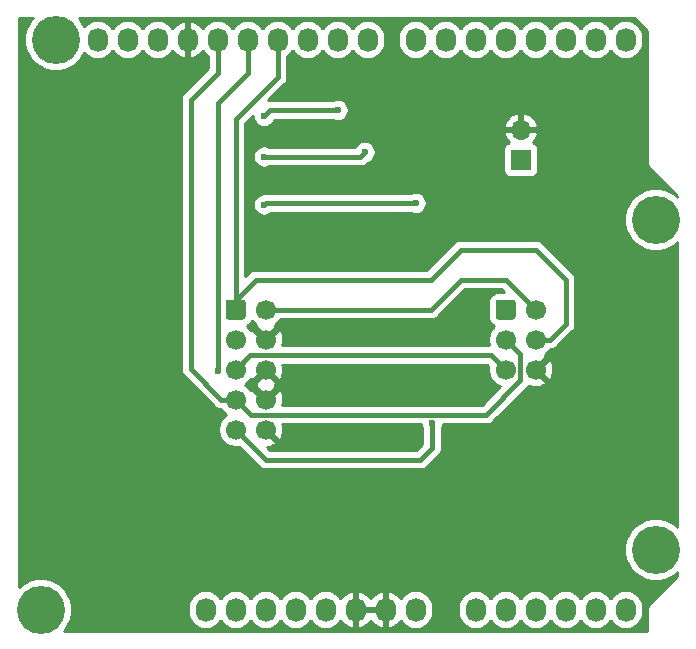
<source format=gbr>
G04 #@! TF.GenerationSoftware,KiCad,Pcbnew,(5.1.9)-1*
G04 #@! TF.CreationDate,2021-02-28T19:29:52+01:00*
G04 #@! TF.ProjectId,arduino as isp shield,61726475-696e-46f2-9061-732069737020,rev?*
G04 #@! TF.SameCoordinates,Original*
G04 #@! TF.FileFunction,Copper,L2,Bot*
G04 #@! TF.FilePolarity,Positive*
%FSLAX46Y46*%
G04 Gerber Fmt 4.6, Leading zero omitted, Abs format (unit mm)*
G04 Created by KiCad (PCBNEW (5.1.9)-1) date 2021-02-28 19:29:52*
%MOMM*%
%LPD*%
G01*
G04 APERTURE LIST*
G04 #@! TA.AperFunction,ComponentPad*
%ADD10O,1.700000X1.700000*%
G04 #@! TD*
G04 #@! TA.AperFunction,ComponentPad*
%ADD11R,1.700000X1.700000*%
G04 #@! TD*
G04 #@! TA.AperFunction,ComponentPad*
%ADD12C,1.700000*%
G04 #@! TD*
G04 #@! TA.AperFunction,ComponentPad*
%ADD13O,1.727200X2.032000*%
G04 #@! TD*
G04 #@! TA.AperFunction,ComponentPad*
%ADD14C,4.064000*%
G04 #@! TD*
G04 #@! TA.AperFunction,ViaPad*
%ADD15C,0.600000*%
G04 #@! TD*
G04 #@! TA.AperFunction,Conductor*
%ADD16C,0.400000*%
G04 #@! TD*
G04 #@! TA.AperFunction,Conductor*
%ADD17C,0.254000*%
G04 #@! TD*
G04 #@! TA.AperFunction,Conductor*
%ADD18C,0.100000*%
G04 #@! TD*
G04 APERTURE END LIST*
D10*
X154178000Y-83185000D03*
D11*
X154178000Y-85725000D03*
D12*
X155448000Y-103505000D03*
X155448000Y-100965000D03*
X155448000Y-98425000D03*
X152908000Y-103505000D03*
X152908000Y-100965000D03*
G04 #@! TA.AperFunction,ComponentPad*
G36*
G01*
X152058000Y-99025000D02*
X152058000Y-97825000D01*
G75*
G02*
X152308000Y-97575000I250000J0D01*
G01*
X153508000Y-97575000D01*
G75*
G02*
X153758000Y-97825000I0J-250000D01*
G01*
X153758000Y-99025000D01*
G75*
G02*
X153508000Y-99275000I-250000J0D01*
G01*
X152308000Y-99275000D01*
G75*
G02*
X152058000Y-99025000I0J250000D01*
G01*
G37*
G04 #@! TD.AperFunction*
X132588000Y-108585000D03*
X132588000Y-106045000D03*
X132588000Y-103505000D03*
X132588000Y-100965000D03*
X132588000Y-98425000D03*
X130048000Y-108585000D03*
X130048000Y-106045000D03*
X130048000Y-103505000D03*
X130048000Y-100965000D03*
G04 #@! TA.AperFunction,ComponentPad*
G36*
G01*
X129198000Y-99025000D02*
X129198000Y-97825000D01*
G75*
G02*
X129448000Y-97575000I250000J0D01*
G01*
X130648000Y-97575000D01*
G75*
G02*
X130898000Y-97825000I0J-250000D01*
G01*
X130898000Y-99025000D01*
G75*
G02*
X130648000Y-99275000I-250000J0D01*
G01*
X129448000Y-99275000D01*
G75*
G02*
X129198000Y-99025000I0J250000D01*
G01*
G37*
G04 #@! TD.AperFunction*
D13*
X127508000Y-123825000D03*
X130048000Y-123825000D03*
X132588000Y-123825000D03*
X135128000Y-123825000D03*
X137668000Y-123825000D03*
X140208000Y-123825000D03*
X142748000Y-123825000D03*
X145288000Y-123825000D03*
X150368000Y-123825000D03*
X152908000Y-123825000D03*
X155448000Y-123825000D03*
X157988000Y-123825000D03*
X160528000Y-123825000D03*
X163068000Y-123825000D03*
X118364000Y-75565000D03*
X120904000Y-75565000D03*
X123444000Y-75565000D03*
X125984000Y-75565000D03*
X128524000Y-75565000D03*
X131064000Y-75565000D03*
X133604000Y-75565000D03*
X136144000Y-75565000D03*
X138684000Y-75565000D03*
X141224000Y-75565000D03*
X145288000Y-75565000D03*
X147828000Y-75565000D03*
X150368000Y-75565000D03*
X152908000Y-75565000D03*
X155448000Y-75565000D03*
X157988000Y-75565000D03*
X160528000Y-75565000D03*
X163068000Y-75565000D03*
D14*
X113538000Y-123825000D03*
X165608000Y-118745000D03*
X114808000Y-75565000D03*
X165608000Y-90805000D03*
D15*
X128524000Y-103632000D03*
X146685000Y-108015010D03*
X138684000Y-81534000D03*
X132461000Y-82042000D03*
X140970000Y-85090000D03*
X132461000Y-85471000D03*
X145288000Y-89408000D03*
X132461000Y-89535000D03*
D16*
X128845919Y-106045000D02*
X130048000Y-106045000D01*
X126238000Y-103437081D02*
X128845919Y-106045000D01*
X126238000Y-80645000D02*
X126238000Y-103437081D01*
X128524000Y-78359000D02*
X126238000Y-80645000D01*
X128524000Y-75565000D02*
X128524000Y-78359000D01*
X154158001Y-102215001D02*
X152908000Y-100965000D01*
X131318000Y-107315000D02*
X151257000Y-107315000D01*
X154158001Y-104413999D02*
X154158001Y-102215001D01*
X151257000Y-107315000D02*
X154158001Y-104413999D01*
X130048000Y-106045000D02*
X131318000Y-107315000D01*
X128524000Y-80899000D02*
X128524000Y-103632000D01*
X131064000Y-78359000D02*
X128524000Y-80899000D01*
X131064000Y-75565000D02*
X131064000Y-78359000D01*
X146685000Y-110141505D02*
X146685000Y-108015010D01*
X145701505Y-111125000D02*
X146685000Y-110141505D01*
X132588000Y-111125000D02*
X145701505Y-111125000D01*
X130048000Y-108585000D02*
X132588000Y-111125000D01*
X151657999Y-102254999D02*
X152908000Y-103505000D01*
X131298001Y-102254999D02*
X151657999Y-102254999D01*
X130048000Y-103505000D02*
X131298001Y-102254999D01*
X130048000Y-82296000D02*
X130048000Y-98425000D01*
X133604000Y-78740000D02*
X130048000Y-82296000D01*
X133604000Y-75565000D02*
X133604000Y-78740000D01*
X157988000Y-99627081D02*
X156650081Y-100965000D01*
X155448000Y-93345000D02*
X157988000Y-95885000D01*
X157988000Y-95885000D02*
X157988000Y-99627081D01*
X149098000Y-93345000D02*
X155448000Y-93345000D01*
X146558000Y-95885000D02*
X149098000Y-93345000D01*
X131738000Y-95885000D02*
X146558000Y-95885000D01*
X130048000Y-97575000D02*
X131738000Y-95885000D01*
X156650081Y-100965000D02*
X155448000Y-100965000D01*
X130048000Y-98425000D02*
X130048000Y-97575000D01*
X132969000Y-81534000D02*
X132461000Y-82042000D01*
X138684000Y-81534000D02*
X132969000Y-81534000D01*
X140589000Y-85471000D02*
X132461000Y-85471000D01*
X140970000Y-85090000D02*
X140589000Y-85471000D01*
X132588000Y-89408000D02*
X132461000Y-89535000D01*
X145288000Y-89408000D02*
X132588000Y-89408000D01*
X152908000Y-95885000D02*
X155448000Y-98425000D01*
X132588000Y-98425000D02*
X146558000Y-98425000D01*
X149098000Y-95885000D02*
X152908000Y-95885000D01*
X146558000Y-98425000D02*
X149098000Y-95885000D01*
D17*
X112736406Y-73864887D02*
X112444536Y-74301702D01*
X112243492Y-74787065D01*
X112141000Y-75302323D01*
X112141000Y-75827677D01*
X112243492Y-76342935D01*
X112444536Y-76828298D01*
X112736406Y-77265113D01*
X113107887Y-77636594D01*
X113544702Y-77928464D01*
X114030065Y-78129508D01*
X114545323Y-78232000D01*
X115070677Y-78232000D01*
X115585935Y-78129508D01*
X116071298Y-77928464D01*
X116508113Y-77636594D01*
X116879594Y-77265113D01*
X117171464Y-76828298D01*
X117227001Y-76694219D01*
X117299203Y-76782197D01*
X117527395Y-76969469D01*
X117787737Y-77108625D01*
X118070224Y-77194316D01*
X118364000Y-77223251D01*
X118657777Y-77194316D01*
X118940264Y-77108625D01*
X119200606Y-76969469D01*
X119428797Y-76782197D01*
X119616069Y-76554006D01*
X119634000Y-76520459D01*
X119651931Y-76554006D01*
X119839203Y-76782197D01*
X120067395Y-76969469D01*
X120327737Y-77108625D01*
X120610224Y-77194316D01*
X120904000Y-77223251D01*
X121197777Y-77194316D01*
X121480264Y-77108625D01*
X121740606Y-76969469D01*
X121968797Y-76782197D01*
X122156069Y-76554006D01*
X122174000Y-76520459D01*
X122191931Y-76554006D01*
X122379203Y-76782197D01*
X122607395Y-76969469D01*
X122867737Y-77108625D01*
X123150224Y-77194316D01*
X123444000Y-77223251D01*
X123737777Y-77194316D01*
X124020264Y-77108625D01*
X124280606Y-76969469D01*
X124508797Y-76782197D01*
X124696069Y-76554006D01*
X124717424Y-76514053D01*
X124865514Y-76716729D01*
X125081965Y-76915733D01*
X125333081Y-77068686D01*
X125609211Y-77169709D01*
X125624974Y-77172358D01*
X125857000Y-77051217D01*
X125857000Y-75692000D01*
X125837000Y-75692000D01*
X125837000Y-75438000D01*
X125857000Y-75438000D01*
X125857000Y-74078783D01*
X125624974Y-73957642D01*
X125609211Y-73960291D01*
X125333081Y-74061314D01*
X125081965Y-74214267D01*
X124865514Y-74413271D01*
X124717424Y-74615947D01*
X124696069Y-74575994D01*
X124508797Y-74347803D01*
X124280605Y-74160531D01*
X124020263Y-74021375D01*
X123737776Y-73935684D01*
X123444000Y-73906749D01*
X123150223Y-73935684D01*
X122867736Y-74021375D01*
X122607394Y-74160531D01*
X122379203Y-74347803D01*
X122191931Y-74575995D01*
X122174000Y-74609541D01*
X122156069Y-74575994D01*
X121968797Y-74347803D01*
X121740605Y-74160531D01*
X121480263Y-74021375D01*
X121197776Y-73935684D01*
X120904000Y-73906749D01*
X120610223Y-73935684D01*
X120327736Y-74021375D01*
X120067394Y-74160531D01*
X119839203Y-74347803D01*
X119651931Y-74575995D01*
X119634000Y-74609541D01*
X119616069Y-74575994D01*
X119428797Y-74347803D01*
X119200605Y-74160531D01*
X118940263Y-74021375D01*
X118657776Y-73935684D01*
X118364000Y-73906749D01*
X118070223Y-73935684D01*
X117787736Y-74021375D01*
X117527394Y-74160531D01*
X117299203Y-74347803D01*
X117227001Y-74435781D01*
X117171464Y-74301702D01*
X116879594Y-73864887D01*
X116749707Y-73735000D01*
X163789909Y-73735000D01*
X164898001Y-74843093D01*
X164898000Y-85944125D01*
X164894565Y-85979000D01*
X164898000Y-86013875D01*
X164898000Y-86013876D01*
X164908273Y-86118183D01*
X164948872Y-86252019D01*
X165014800Y-86375362D01*
X165103525Y-86483474D01*
X165130617Y-86505708D01*
X167438001Y-88813093D01*
X167438001Y-88863294D01*
X167308113Y-88733406D01*
X166871298Y-88441536D01*
X166385935Y-88240492D01*
X165870677Y-88138000D01*
X165345323Y-88138000D01*
X164830065Y-88240492D01*
X164344702Y-88441536D01*
X163907887Y-88733406D01*
X163536406Y-89104887D01*
X163244536Y-89541702D01*
X163043492Y-90027065D01*
X162941000Y-90542323D01*
X162941000Y-91067677D01*
X163043492Y-91582935D01*
X163244536Y-92068298D01*
X163536406Y-92505113D01*
X163907887Y-92876594D01*
X164344702Y-93168464D01*
X164830065Y-93369508D01*
X165345323Y-93472000D01*
X165870677Y-93472000D01*
X166385935Y-93369508D01*
X166871298Y-93168464D01*
X167308113Y-92876594D01*
X167438001Y-92746706D01*
X167438000Y-116803293D01*
X167308113Y-116673406D01*
X166871298Y-116381536D01*
X166385935Y-116180492D01*
X165870677Y-116078000D01*
X165345323Y-116078000D01*
X164830065Y-116180492D01*
X164344702Y-116381536D01*
X163907887Y-116673406D01*
X163536406Y-117044887D01*
X163244536Y-117481702D01*
X163043492Y-117967065D01*
X162941000Y-118482323D01*
X162941000Y-119007677D01*
X163043492Y-119522935D01*
X163244536Y-120008298D01*
X163536406Y-120445113D01*
X163907887Y-120816594D01*
X164344702Y-121108464D01*
X164830065Y-121309508D01*
X165345323Y-121412000D01*
X165870677Y-121412000D01*
X166385935Y-121309508D01*
X166871298Y-121108464D01*
X167308113Y-120816594D01*
X167438000Y-120686707D01*
X167438000Y-120990908D01*
X165130617Y-123298292D01*
X165103526Y-123320525D01*
X165081293Y-123347616D01*
X165014801Y-123428637D01*
X164948872Y-123551981D01*
X164908274Y-123685816D01*
X164894565Y-123825000D01*
X164898001Y-123859885D01*
X164898000Y-125655000D01*
X115479707Y-125655000D01*
X115609594Y-125525113D01*
X115901464Y-125088298D01*
X116102508Y-124602935D01*
X116205000Y-124087677D01*
X116205000Y-123598982D01*
X126009400Y-123598982D01*
X126009400Y-124051019D01*
X126031084Y-124271177D01*
X126116775Y-124553664D01*
X126255931Y-124814006D01*
X126443203Y-125042197D01*
X126671395Y-125229469D01*
X126931737Y-125368625D01*
X127214224Y-125454316D01*
X127508000Y-125483251D01*
X127801777Y-125454316D01*
X128084264Y-125368625D01*
X128344606Y-125229469D01*
X128572797Y-125042197D01*
X128760069Y-124814006D01*
X128778000Y-124780459D01*
X128795931Y-124814006D01*
X128983203Y-125042197D01*
X129211395Y-125229469D01*
X129471737Y-125368625D01*
X129754224Y-125454316D01*
X130048000Y-125483251D01*
X130341777Y-125454316D01*
X130624264Y-125368625D01*
X130884606Y-125229469D01*
X131112797Y-125042197D01*
X131300069Y-124814006D01*
X131318000Y-124780459D01*
X131335931Y-124814006D01*
X131523203Y-125042197D01*
X131751395Y-125229469D01*
X132011737Y-125368625D01*
X132294224Y-125454316D01*
X132588000Y-125483251D01*
X132881777Y-125454316D01*
X133164264Y-125368625D01*
X133424606Y-125229469D01*
X133652797Y-125042197D01*
X133840069Y-124814006D01*
X133858000Y-124780459D01*
X133875931Y-124814006D01*
X134063203Y-125042197D01*
X134291395Y-125229469D01*
X134551737Y-125368625D01*
X134834224Y-125454316D01*
X135128000Y-125483251D01*
X135421777Y-125454316D01*
X135704264Y-125368625D01*
X135964606Y-125229469D01*
X136192797Y-125042197D01*
X136380069Y-124814006D01*
X136398000Y-124780459D01*
X136415931Y-124814006D01*
X136603203Y-125042197D01*
X136831395Y-125229469D01*
X137091737Y-125368625D01*
X137374224Y-125454316D01*
X137668000Y-125483251D01*
X137961777Y-125454316D01*
X138244264Y-125368625D01*
X138504606Y-125229469D01*
X138732797Y-125042197D01*
X138920069Y-124814006D01*
X138941424Y-124774053D01*
X139089514Y-124976729D01*
X139305965Y-125175733D01*
X139557081Y-125328686D01*
X139833211Y-125429709D01*
X139848974Y-125432358D01*
X140081000Y-125311217D01*
X140081000Y-123952000D01*
X140335000Y-123952000D01*
X140335000Y-125311217D01*
X140567026Y-125432358D01*
X140582789Y-125429709D01*
X140858919Y-125328686D01*
X141110035Y-125175733D01*
X141326486Y-124976729D01*
X141478000Y-124769367D01*
X141629514Y-124976729D01*
X141845965Y-125175733D01*
X142097081Y-125328686D01*
X142373211Y-125429709D01*
X142388974Y-125432358D01*
X142621000Y-125311217D01*
X142621000Y-123952000D01*
X140335000Y-123952000D01*
X140081000Y-123952000D01*
X140061000Y-123952000D01*
X140061000Y-123698000D01*
X140081000Y-123698000D01*
X140081000Y-122338783D01*
X140335000Y-122338783D01*
X140335000Y-123698000D01*
X142621000Y-123698000D01*
X142621000Y-122338783D01*
X142875000Y-122338783D01*
X142875000Y-123698000D01*
X142895000Y-123698000D01*
X142895000Y-123952000D01*
X142875000Y-123952000D01*
X142875000Y-125311217D01*
X143107026Y-125432358D01*
X143122789Y-125429709D01*
X143398919Y-125328686D01*
X143650035Y-125175733D01*
X143866486Y-124976729D01*
X144014576Y-124774053D01*
X144035931Y-124814006D01*
X144223203Y-125042197D01*
X144451395Y-125229469D01*
X144711737Y-125368625D01*
X144994224Y-125454316D01*
X145288000Y-125483251D01*
X145581777Y-125454316D01*
X145864264Y-125368625D01*
X146124606Y-125229469D01*
X146352797Y-125042197D01*
X146540069Y-124814006D01*
X146679225Y-124553663D01*
X146764916Y-124271176D01*
X146786600Y-124051018D01*
X146786600Y-123598982D01*
X148869400Y-123598982D01*
X148869400Y-124051019D01*
X148891084Y-124271177D01*
X148976775Y-124553664D01*
X149115931Y-124814006D01*
X149303203Y-125042197D01*
X149531395Y-125229469D01*
X149791737Y-125368625D01*
X150074224Y-125454316D01*
X150368000Y-125483251D01*
X150661777Y-125454316D01*
X150944264Y-125368625D01*
X151204606Y-125229469D01*
X151432797Y-125042197D01*
X151620069Y-124814006D01*
X151638000Y-124780459D01*
X151655931Y-124814006D01*
X151843203Y-125042197D01*
X152071395Y-125229469D01*
X152331737Y-125368625D01*
X152614224Y-125454316D01*
X152908000Y-125483251D01*
X153201777Y-125454316D01*
X153484264Y-125368625D01*
X153744606Y-125229469D01*
X153972797Y-125042197D01*
X154160069Y-124814006D01*
X154178000Y-124780459D01*
X154195931Y-124814006D01*
X154383203Y-125042197D01*
X154611395Y-125229469D01*
X154871737Y-125368625D01*
X155154224Y-125454316D01*
X155448000Y-125483251D01*
X155741777Y-125454316D01*
X156024264Y-125368625D01*
X156284606Y-125229469D01*
X156512797Y-125042197D01*
X156700069Y-124814006D01*
X156718000Y-124780459D01*
X156735931Y-124814006D01*
X156923203Y-125042197D01*
X157151395Y-125229469D01*
X157411737Y-125368625D01*
X157694224Y-125454316D01*
X157988000Y-125483251D01*
X158281777Y-125454316D01*
X158564264Y-125368625D01*
X158824606Y-125229469D01*
X159052797Y-125042197D01*
X159240069Y-124814006D01*
X159258000Y-124780459D01*
X159275931Y-124814006D01*
X159463203Y-125042197D01*
X159691395Y-125229469D01*
X159951737Y-125368625D01*
X160234224Y-125454316D01*
X160528000Y-125483251D01*
X160821777Y-125454316D01*
X161104264Y-125368625D01*
X161364606Y-125229469D01*
X161592797Y-125042197D01*
X161780069Y-124814006D01*
X161798000Y-124780459D01*
X161815931Y-124814006D01*
X162003203Y-125042197D01*
X162231395Y-125229469D01*
X162491737Y-125368625D01*
X162774224Y-125454316D01*
X163068000Y-125483251D01*
X163361777Y-125454316D01*
X163644264Y-125368625D01*
X163904606Y-125229469D01*
X164132797Y-125042197D01*
X164320069Y-124814006D01*
X164459225Y-124553663D01*
X164544916Y-124271176D01*
X164566600Y-124051018D01*
X164566600Y-123598981D01*
X164544916Y-123378823D01*
X164459225Y-123096336D01*
X164320069Y-122835994D01*
X164132797Y-122607803D01*
X163904605Y-122420531D01*
X163644263Y-122281375D01*
X163361776Y-122195684D01*
X163068000Y-122166749D01*
X162774223Y-122195684D01*
X162491736Y-122281375D01*
X162231394Y-122420531D01*
X162003203Y-122607803D01*
X161815931Y-122835995D01*
X161798000Y-122869541D01*
X161780069Y-122835994D01*
X161592797Y-122607803D01*
X161364605Y-122420531D01*
X161104263Y-122281375D01*
X160821776Y-122195684D01*
X160528000Y-122166749D01*
X160234223Y-122195684D01*
X159951736Y-122281375D01*
X159691394Y-122420531D01*
X159463203Y-122607803D01*
X159275931Y-122835995D01*
X159258000Y-122869541D01*
X159240069Y-122835994D01*
X159052797Y-122607803D01*
X158824605Y-122420531D01*
X158564263Y-122281375D01*
X158281776Y-122195684D01*
X157988000Y-122166749D01*
X157694223Y-122195684D01*
X157411736Y-122281375D01*
X157151394Y-122420531D01*
X156923203Y-122607803D01*
X156735931Y-122835995D01*
X156718000Y-122869541D01*
X156700069Y-122835994D01*
X156512797Y-122607803D01*
X156284605Y-122420531D01*
X156024263Y-122281375D01*
X155741776Y-122195684D01*
X155448000Y-122166749D01*
X155154223Y-122195684D01*
X154871736Y-122281375D01*
X154611394Y-122420531D01*
X154383203Y-122607803D01*
X154195931Y-122835995D01*
X154178000Y-122869541D01*
X154160069Y-122835994D01*
X153972797Y-122607803D01*
X153744605Y-122420531D01*
X153484263Y-122281375D01*
X153201776Y-122195684D01*
X152908000Y-122166749D01*
X152614223Y-122195684D01*
X152331736Y-122281375D01*
X152071394Y-122420531D01*
X151843203Y-122607803D01*
X151655931Y-122835995D01*
X151638000Y-122869541D01*
X151620069Y-122835994D01*
X151432797Y-122607803D01*
X151204605Y-122420531D01*
X150944263Y-122281375D01*
X150661776Y-122195684D01*
X150368000Y-122166749D01*
X150074223Y-122195684D01*
X149791736Y-122281375D01*
X149531394Y-122420531D01*
X149303203Y-122607803D01*
X149115931Y-122835995D01*
X148976775Y-123096337D01*
X148891084Y-123378824D01*
X148869400Y-123598982D01*
X146786600Y-123598982D01*
X146786600Y-123598981D01*
X146764916Y-123378823D01*
X146679225Y-123096336D01*
X146540069Y-122835994D01*
X146352797Y-122607803D01*
X146124605Y-122420531D01*
X145864263Y-122281375D01*
X145581776Y-122195684D01*
X145288000Y-122166749D01*
X144994223Y-122195684D01*
X144711736Y-122281375D01*
X144451394Y-122420531D01*
X144223203Y-122607803D01*
X144035931Y-122835995D01*
X144014576Y-122875947D01*
X143866486Y-122673271D01*
X143650035Y-122474267D01*
X143398919Y-122321314D01*
X143122789Y-122220291D01*
X143107026Y-122217642D01*
X142875000Y-122338783D01*
X142621000Y-122338783D01*
X142388974Y-122217642D01*
X142373211Y-122220291D01*
X142097081Y-122321314D01*
X141845965Y-122474267D01*
X141629514Y-122673271D01*
X141478000Y-122880633D01*
X141326486Y-122673271D01*
X141110035Y-122474267D01*
X140858919Y-122321314D01*
X140582789Y-122220291D01*
X140567026Y-122217642D01*
X140335000Y-122338783D01*
X140081000Y-122338783D01*
X139848974Y-122217642D01*
X139833211Y-122220291D01*
X139557081Y-122321314D01*
X139305965Y-122474267D01*
X139089514Y-122673271D01*
X138941424Y-122875947D01*
X138920069Y-122835994D01*
X138732797Y-122607803D01*
X138504605Y-122420531D01*
X138244263Y-122281375D01*
X137961776Y-122195684D01*
X137668000Y-122166749D01*
X137374223Y-122195684D01*
X137091736Y-122281375D01*
X136831394Y-122420531D01*
X136603203Y-122607803D01*
X136415931Y-122835995D01*
X136398000Y-122869541D01*
X136380069Y-122835994D01*
X136192797Y-122607803D01*
X135964605Y-122420531D01*
X135704263Y-122281375D01*
X135421776Y-122195684D01*
X135128000Y-122166749D01*
X134834223Y-122195684D01*
X134551736Y-122281375D01*
X134291394Y-122420531D01*
X134063203Y-122607803D01*
X133875931Y-122835995D01*
X133858000Y-122869541D01*
X133840069Y-122835994D01*
X133652797Y-122607803D01*
X133424605Y-122420531D01*
X133164263Y-122281375D01*
X132881776Y-122195684D01*
X132588000Y-122166749D01*
X132294223Y-122195684D01*
X132011736Y-122281375D01*
X131751394Y-122420531D01*
X131523203Y-122607803D01*
X131335931Y-122835995D01*
X131318000Y-122869541D01*
X131300069Y-122835994D01*
X131112797Y-122607803D01*
X130884605Y-122420531D01*
X130624263Y-122281375D01*
X130341776Y-122195684D01*
X130048000Y-122166749D01*
X129754223Y-122195684D01*
X129471736Y-122281375D01*
X129211394Y-122420531D01*
X128983203Y-122607803D01*
X128795931Y-122835995D01*
X128778000Y-122869541D01*
X128760069Y-122835994D01*
X128572797Y-122607803D01*
X128344605Y-122420531D01*
X128084263Y-122281375D01*
X127801776Y-122195684D01*
X127508000Y-122166749D01*
X127214223Y-122195684D01*
X126931736Y-122281375D01*
X126671394Y-122420531D01*
X126443203Y-122607803D01*
X126255931Y-122835995D01*
X126116775Y-123096337D01*
X126031084Y-123378824D01*
X126009400Y-123598982D01*
X116205000Y-123598982D01*
X116205000Y-123562323D01*
X116102508Y-123047065D01*
X115901464Y-122561702D01*
X115609594Y-122124887D01*
X115238113Y-121753406D01*
X114801298Y-121461536D01*
X114315935Y-121260492D01*
X113800677Y-121158000D01*
X113275323Y-121158000D01*
X112760065Y-121260492D01*
X112274702Y-121461536D01*
X111837887Y-121753406D01*
X111708000Y-121883293D01*
X111708000Y-80645000D01*
X125398960Y-80645000D01*
X125403000Y-80686018D01*
X125403001Y-103396052D01*
X125398960Y-103437081D01*
X125415082Y-103600769D01*
X125462828Y-103758167D01*
X125540364Y-103903226D01*
X125563907Y-103931913D01*
X125644710Y-104030372D01*
X125676574Y-104056522D01*
X128226478Y-106606427D01*
X128252628Y-106638291D01*
X128379773Y-106742636D01*
X128524832Y-106820172D01*
X128682230Y-106867918D01*
X128804900Y-106880000D01*
X128804910Y-106880000D01*
X128820993Y-106881584D01*
X128894525Y-106991632D01*
X129101368Y-107198475D01*
X129275760Y-107315000D01*
X129101368Y-107431525D01*
X128894525Y-107638368D01*
X128732010Y-107881589D01*
X128620068Y-108151842D01*
X128563000Y-108438740D01*
X128563000Y-108731260D01*
X128620068Y-109018158D01*
X128732010Y-109288411D01*
X128894525Y-109531632D01*
X129101368Y-109738475D01*
X129344589Y-109900990D01*
X129614842Y-110012932D01*
X129901740Y-110070000D01*
X130194260Y-110070000D01*
X130325940Y-110043807D01*
X131968559Y-111686427D01*
X131994709Y-111718291D01*
X132121854Y-111822636D01*
X132266913Y-111900172D01*
X132424311Y-111947918D01*
X132546981Y-111960000D01*
X132546991Y-111960000D01*
X132587999Y-111964039D01*
X132629007Y-111960000D01*
X145660487Y-111960000D01*
X145701505Y-111964040D01*
X145742523Y-111960000D01*
X145742524Y-111960000D01*
X145865194Y-111947918D01*
X146022592Y-111900172D01*
X146167651Y-111822636D01*
X146294796Y-111718291D01*
X146320951Y-111686421D01*
X147246428Y-110760945D01*
X147278291Y-110734796D01*
X147382636Y-110607651D01*
X147460172Y-110462592D01*
X147507918Y-110305194D01*
X147520000Y-110182524D01*
X147520000Y-110182523D01*
X147524040Y-110141505D01*
X147520000Y-110100487D01*
X147520000Y-108442414D01*
X147584068Y-108287739D01*
X147611466Y-108150000D01*
X151215982Y-108150000D01*
X151257000Y-108154040D01*
X151298018Y-108150000D01*
X151298019Y-108150000D01*
X151420689Y-108137918D01*
X151578087Y-108090172D01*
X151723146Y-108012636D01*
X151850291Y-107908291D01*
X151876446Y-107876421D01*
X154719434Y-105033435D01*
X154751292Y-105007290D01*
X154855637Y-104880145D01*
X154860928Y-104870247D01*
X154940883Y-104908371D01*
X155224411Y-104980339D01*
X155516531Y-104995611D01*
X155806019Y-104953599D01*
X156081747Y-104855919D01*
X156219157Y-104782472D01*
X156296792Y-104533397D01*
X155448000Y-103684605D01*
X155433858Y-103698748D01*
X155254253Y-103519143D01*
X155268395Y-103505000D01*
X155627605Y-103505000D01*
X156476397Y-104353792D01*
X156725472Y-104276157D01*
X156851371Y-104012117D01*
X156923339Y-103728589D01*
X156938611Y-103436469D01*
X156896599Y-103146981D01*
X156798919Y-102871253D01*
X156725472Y-102733843D01*
X156476397Y-102656208D01*
X155627605Y-103505000D01*
X155268395Y-103505000D01*
X155254253Y-103490858D01*
X155433858Y-103311253D01*
X155448000Y-103325395D01*
X156296792Y-102476603D01*
X156221271Y-102234311D01*
X156394632Y-102118475D01*
X156601475Y-101911632D01*
X156675006Y-101801585D01*
X156691099Y-101800000D01*
X156691100Y-101800000D01*
X156813770Y-101787918D01*
X156971168Y-101740172D01*
X157116227Y-101662636D01*
X157243372Y-101558291D01*
X157269527Y-101526421D01*
X158549426Y-100246523D01*
X158581291Y-100220372D01*
X158685636Y-100093227D01*
X158763172Y-99948168D01*
X158810918Y-99790770D01*
X158815821Y-99740990D01*
X158827040Y-99627082D01*
X158823000Y-99586063D01*
X158823000Y-95926007D01*
X158827039Y-95884999D01*
X158823000Y-95843991D01*
X158823000Y-95843981D01*
X158810918Y-95721311D01*
X158763172Y-95563913D01*
X158685636Y-95418854D01*
X158581291Y-95291709D01*
X158549428Y-95265560D01*
X156067446Y-92783579D01*
X156041291Y-92751709D01*
X155914146Y-92647364D01*
X155769087Y-92569828D01*
X155611689Y-92522082D01*
X155489019Y-92510000D01*
X155489018Y-92510000D01*
X155448000Y-92505960D01*
X155406982Y-92510000D01*
X149139007Y-92510000D01*
X149097999Y-92505961D01*
X149056991Y-92510000D01*
X149056981Y-92510000D01*
X148934311Y-92522082D01*
X148776913Y-92569828D01*
X148631854Y-92647364D01*
X148504709Y-92751709D01*
X148478559Y-92783573D01*
X146212133Y-95050000D01*
X131779018Y-95050000D01*
X131738000Y-95045960D01*
X131696981Y-95050000D01*
X131574311Y-95062082D01*
X131416913Y-95109828D01*
X131271854Y-95187364D01*
X131144709Y-95291709D01*
X131118563Y-95323568D01*
X130883000Y-95559131D01*
X130883000Y-89442911D01*
X131526000Y-89442911D01*
X131526000Y-89627089D01*
X131561932Y-89807729D01*
X131632414Y-89977889D01*
X131734738Y-90131028D01*
X131864972Y-90261262D01*
X132018111Y-90363586D01*
X132188271Y-90434068D01*
X132368911Y-90470000D01*
X132553089Y-90470000D01*
X132733729Y-90434068D01*
X132903889Y-90363586D01*
X133057028Y-90261262D01*
X133075290Y-90243000D01*
X144860596Y-90243000D01*
X145015271Y-90307068D01*
X145195911Y-90343000D01*
X145380089Y-90343000D01*
X145560729Y-90307068D01*
X145730889Y-90236586D01*
X145884028Y-90134262D01*
X146014262Y-90004028D01*
X146116586Y-89850889D01*
X146187068Y-89680729D01*
X146223000Y-89500089D01*
X146223000Y-89315911D01*
X146187068Y-89135271D01*
X146116586Y-88965111D01*
X146014262Y-88811972D01*
X145884028Y-88681738D01*
X145730889Y-88579414D01*
X145560729Y-88508932D01*
X145380089Y-88473000D01*
X145195911Y-88473000D01*
X145015271Y-88508932D01*
X144860596Y-88573000D01*
X132629018Y-88573000D01*
X132587999Y-88568960D01*
X132546981Y-88573000D01*
X132424311Y-88585082D01*
X132375133Y-88600000D01*
X132368911Y-88600000D01*
X132188271Y-88635932D01*
X132018111Y-88706414D01*
X131864972Y-88808738D01*
X131734738Y-88938972D01*
X131632414Y-89092111D01*
X131561932Y-89262271D01*
X131526000Y-89442911D01*
X130883000Y-89442911D01*
X130883000Y-85378911D01*
X131526000Y-85378911D01*
X131526000Y-85563089D01*
X131561932Y-85743729D01*
X131632414Y-85913889D01*
X131734738Y-86067028D01*
X131864972Y-86197262D01*
X132018111Y-86299586D01*
X132188271Y-86370068D01*
X132368911Y-86406000D01*
X132553089Y-86406000D01*
X132733729Y-86370068D01*
X132888404Y-86306000D01*
X140547982Y-86306000D01*
X140589000Y-86310040D01*
X140630018Y-86306000D01*
X140630019Y-86306000D01*
X140752689Y-86293918D01*
X140910087Y-86246172D01*
X141055146Y-86168636D01*
X141182291Y-86064291D01*
X141208446Y-86032421D01*
X141258212Y-85982655D01*
X141412889Y-85918586D01*
X141566028Y-85816262D01*
X141696262Y-85686028D01*
X141798586Y-85532889D01*
X141869068Y-85362729D01*
X141905000Y-85182089D01*
X141905000Y-84997911D01*
X141880552Y-84875000D01*
X152689928Y-84875000D01*
X152689928Y-86575000D01*
X152702188Y-86699482D01*
X152738498Y-86819180D01*
X152797463Y-86929494D01*
X152876815Y-87026185D01*
X152973506Y-87105537D01*
X153083820Y-87164502D01*
X153203518Y-87200812D01*
X153328000Y-87213072D01*
X155028000Y-87213072D01*
X155152482Y-87200812D01*
X155272180Y-87164502D01*
X155382494Y-87105537D01*
X155479185Y-87026185D01*
X155558537Y-86929494D01*
X155617502Y-86819180D01*
X155653812Y-86699482D01*
X155666072Y-86575000D01*
X155666072Y-84875000D01*
X155653812Y-84750518D01*
X155617502Y-84630820D01*
X155558537Y-84520506D01*
X155479185Y-84423815D01*
X155382494Y-84344463D01*
X155272180Y-84285498D01*
X155191534Y-84261034D01*
X155275588Y-84185269D01*
X155449641Y-83951920D01*
X155574825Y-83689099D01*
X155619476Y-83541890D01*
X155498155Y-83312000D01*
X154305000Y-83312000D01*
X154305000Y-83332000D01*
X154051000Y-83332000D01*
X154051000Y-83312000D01*
X152857845Y-83312000D01*
X152736524Y-83541890D01*
X152781175Y-83689099D01*
X152906359Y-83951920D01*
X153080412Y-84185269D01*
X153164466Y-84261034D01*
X153083820Y-84285498D01*
X152973506Y-84344463D01*
X152876815Y-84423815D01*
X152797463Y-84520506D01*
X152738498Y-84630820D01*
X152702188Y-84750518D01*
X152689928Y-84875000D01*
X141880552Y-84875000D01*
X141869068Y-84817271D01*
X141798586Y-84647111D01*
X141696262Y-84493972D01*
X141566028Y-84363738D01*
X141412889Y-84261414D01*
X141242729Y-84190932D01*
X141062089Y-84155000D01*
X140877911Y-84155000D01*
X140697271Y-84190932D01*
X140527111Y-84261414D01*
X140373972Y-84363738D01*
X140243738Y-84493972D01*
X140148838Y-84636000D01*
X132888404Y-84636000D01*
X132733729Y-84571932D01*
X132553089Y-84536000D01*
X132368911Y-84536000D01*
X132188271Y-84571932D01*
X132018111Y-84642414D01*
X131864972Y-84744738D01*
X131734738Y-84874972D01*
X131632414Y-85028111D01*
X131561932Y-85198271D01*
X131526000Y-85378911D01*
X130883000Y-85378911D01*
X130883000Y-82641867D01*
X131526000Y-81998867D01*
X131526000Y-82134089D01*
X131561932Y-82314729D01*
X131632414Y-82484889D01*
X131734738Y-82638028D01*
X131864972Y-82768262D01*
X132018111Y-82870586D01*
X132188271Y-82941068D01*
X132368911Y-82977000D01*
X132553089Y-82977000D01*
X132733729Y-82941068D01*
X132903889Y-82870586D01*
X132967458Y-82828110D01*
X152736524Y-82828110D01*
X152857845Y-83058000D01*
X154051000Y-83058000D01*
X154051000Y-81864186D01*
X154305000Y-81864186D01*
X154305000Y-83058000D01*
X155498155Y-83058000D01*
X155619476Y-82828110D01*
X155574825Y-82680901D01*
X155449641Y-82418080D01*
X155275588Y-82184731D01*
X155059355Y-81989822D01*
X154809252Y-81840843D01*
X154534891Y-81743519D01*
X154305000Y-81864186D01*
X154051000Y-81864186D01*
X153821109Y-81743519D01*
X153546748Y-81840843D01*
X153296645Y-81989822D01*
X153080412Y-82184731D01*
X152906359Y-82418080D01*
X152781175Y-82680901D01*
X152736524Y-82828110D01*
X132967458Y-82828110D01*
X133057028Y-82768262D01*
X133187262Y-82638028D01*
X133289586Y-82484889D01*
X133337588Y-82369000D01*
X138256596Y-82369000D01*
X138411271Y-82433068D01*
X138591911Y-82469000D01*
X138776089Y-82469000D01*
X138956729Y-82433068D01*
X139126889Y-82362586D01*
X139280028Y-82260262D01*
X139410262Y-82130028D01*
X139512586Y-81976889D01*
X139583068Y-81806729D01*
X139619000Y-81626089D01*
X139619000Y-81441911D01*
X139583068Y-81261271D01*
X139512586Y-81091111D01*
X139410262Y-80937972D01*
X139280028Y-80807738D01*
X139126889Y-80705414D01*
X138956729Y-80634932D01*
X138776089Y-80599000D01*
X138591911Y-80599000D01*
X138411271Y-80634932D01*
X138256596Y-80699000D01*
X133010007Y-80699000D01*
X132968999Y-80694961D01*
X132927991Y-80699000D01*
X132927981Y-80699000D01*
X132814711Y-80710156D01*
X134165427Y-79359441D01*
X134197291Y-79333291D01*
X134301636Y-79206146D01*
X134379172Y-79061087D01*
X134426918Y-78903689D01*
X134439000Y-78781019D01*
X134439000Y-78781009D01*
X134443039Y-78740001D01*
X134439000Y-78698993D01*
X134439000Y-76970327D01*
X134440606Y-76969469D01*
X134668797Y-76782197D01*
X134856069Y-76554006D01*
X134874000Y-76520459D01*
X134891931Y-76554006D01*
X135079203Y-76782197D01*
X135307395Y-76969469D01*
X135567737Y-77108625D01*
X135850224Y-77194316D01*
X136144000Y-77223251D01*
X136437777Y-77194316D01*
X136720264Y-77108625D01*
X136980606Y-76969469D01*
X137208797Y-76782197D01*
X137396069Y-76554006D01*
X137414000Y-76520459D01*
X137431931Y-76554006D01*
X137619203Y-76782197D01*
X137847395Y-76969469D01*
X138107737Y-77108625D01*
X138390224Y-77194316D01*
X138684000Y-77223251D01*
X138977777Y-77194316D01*
X139260264Y-77108625D01*
X139520606Y-76969469D01*
X139748797Y-76782197D01*
X139936069Y-76554006D01*
X139954000Y-76520459D01*
X139971931Y-76554006D01*
X140159203Y-76782197D01*
X140387395Y-76969469D01*
X140647737Y-77108625D01*
X140930224Y-77194316D01*
X141224000Y-77223251D01*
X141517777Y-77194316D01*
X141800264Y-77108625D01*
X142060606Y-76969469D01*
X142288797Y-76782197D01*
X142476069Y-76554006D01*
X142615225Y-76293663D01*
X142700916Y-76011176D01*
X142722600Y-75791018D01*
X142722600Y-75338982D01*
X143789400Y-75338982D01*
X143789400Y-75791019D01*
X143811084Y-76011177D01*
X143896775Y-76293664D01*
X144035931Y-76554006D01*
X144223203Y-76782197D01*
X144451395Y-76969469D01*
X144711737Y-77108625D01*
X144994224Y-77194316D01*
X145288000Y-77223251D01*
X145581777Y-77194316D01*
X145864264Y-77108625D01*
X146124606Y-76969469D01*
X146352797Y-76782197D01*
X146540069Y-76554006D01*
X146558000Y-76520459D01*
X146575931Y-76554006D01*
X146763203Y-76782197D01*
X146991395Y-76969469D01*
X147251737Y-77108625D01*
X147534224Y-77194316D01*
X147828000Y-77223251D01*
X148121777Y-77194316D01*
X148404264Y-77108625D01*
X148664606Y-76969469D01*
X148892797Y-76782197D01*
X149080069Y-76554006D01*
X149098000Y-76520459D01*
X149115931Y-76554006D01*
X149303203Y-76782197D01*
X149531395Y-76969469D01*
X149791737Y-77108625D01*
X150074224Y-77194316D01*
X150368000Y-77223251D01*
X150661777Y-77194316D01*
X150944264Y-77108625D01*
X151204606Y-76969469D01*
X151432797Y-76782197D01*
X151620069Y-76554006D01*
X151638000Y-76520459D01*
X151655931Y-76554006D01*
X151843203Y-76782197D01*
X152071395Y-76969469D01*
X152331737Y-77108625D01*
X152614224Y-77194316D01*
X152908000Y-77223251D01*
X153201777Y-77194316D01*
X153484264Y-77108625D01*
X153744606Y-76969469D01*
X153972797Y-76782197D01*
X154160069Y-76554006D01*
X154178000Y-76520459D01*
X154195931Y-76554006D01*
X154383203Y-76782197D01*
X154611395Y-76969469D01*
X154871737Y-77108625D01*
X155154224Y-77194316D01*
X155448000Y-77223251D01*
X155741777Y-77194316D01*
X156024264Y-77108625D01*
X156284606Y-76969469D01*
X156512797Y-76782197D01*
X156700069Y-76554006D01*
X156718000Y-76520459D01*
X156735931Y-76554006D01*
X156923203Y-76782197D01*
X157151395Y-76969469D01*
X157411737Y-77108625D01*
X157694224Y-77194316D01*
X157988000Y-77223251D01*
X158281777Y-77194316D01*
X158564264Y-77108625D01*
X158824606Y-76969469D01*
X159052797Y-76782197D01*
X159240069Y-76554006D01*
X159258000Y-76520459D01*
X159275931Y-76554006D01*
X159463203Y-76782197D01*
X159691395Y-76969469D01*
X159951737Y-77108625D01*
X160234224Y-77194316D01*
X160528000Y-77223251D01*
X160821777Y-77194316D01*
X161104264Y-77108625D01*
X161364606Y-76969469D01*
X161592797Y-76782197D01*
X161780069Y-76554006D01*
X161798000Y-76520459D01*
X161815931Y-76554006D01*
X162003203Y-76782197D01*
X162231395Y-76969469D01*
X162491737Y-77108625D01*
X162774224Y-77194316D01*
X163068000Y-77223251D01*
X163361777Y-77194316D01*
X163644264Y-77108625D01*
X163904606Y-76969469D01*
X164132797Y-76782197D01*
X164320069Y-76554006D01*
X164459225Y-76293663D01*
X164544916Y-76011176D01*
X164566600Y-75791018D01*
X164566600Y-75338981D01*
X164544916Y-75118823D01*
X164459225Y-74836336D01*
X164320069Y-74575994D01*
X164132797Y-74347803D01*
X163904605Y-74160531D01*
X163644263Y-74021375D01*
X163361776Y-73935684D01*
X163068000Y-73906749D01*
X162774223Y-73935684D01*
X162491736Y-74021375D01*
X162231394Y-74160531D01*
X162003203Y-74347803D01*
X161815931Y-74575995D01*
X161798000Y-74609541D01*
X161780069Y-74575994D01*
X161592797Y-74347803D01*
X161364605Y-74160531D01*
X161104263Y-74021375D01*
X160821776Y-73935684D01*
X160528000Y-73906749D01*
X160234223Y-73935684D01*
X159951736Y-74021375D01*
X159691394Y-74160531D01*
X159463203Y-74347803D01*
X159275931Y-74575995D01*
X159258000Y-74609541D01*
X159240069Y-74575994D01*
X159052797Y-74347803D01*
X158824605Y-74160531D01*
X158564263Y-74021375D01*
X158281776Y-73935684D01*
X157988000Y-73906749D01*
X157694223Y-73935684D01*
X157411736Y-74021375D01*
X157151394Y-74160531D01*
X156923203Y-74347803D01*
X156735931Y-74575995D01*
X156718000Y-74609541D01*
X156700069Y-74575994D01*
X156512797Y-74347803D01*
X156284605Y-74160531D01*
X156024263Y-74021375D01*
X155741776Y-73935684D01*
X155448000Y-73906749D01*
X155154223Y-73935684D01*
X154871736Y-74021375D01*
X154611394Y-74160531D01*
X154383203Y-74347803D01*
X154195931Y-74575995D01*
X154178000Y-74609541D01*
X154160069Y-74575994D01*
X153972797Y-74347803D01*
X153744605Y-74160531D01*
X153484263Y-74021375D01*
X153201776Y-73935684D01*
X152908000Y-73906749D01*
X152614223Y-73935684D01*
X152331736Y-74021375D01*
X152071394Y-74160531D01*
X151843203Y-74347803D01*
X151655931Y-74575995D01*
X151638000Y-74609541D01*
X151620069Y-74575994D01*
X151432797Y-74347803D01*
X151204605Y-74160531D01*
X150944263Y-74021375D01*
X150661776Y-73935684D01*
X150368000Y-73906749D01*
X150074223Y-73935684D01*
X149791736Y-74021375D01*
X149531394Y-74160531D01*
X149303203Y-74347803D01*
X149115931Y-74575995D01*
X149098000Y-74609541D01*
X149080069Y-74575994D01*
X148892797Y-74347803D01*
X148664605Y-74160531D01*
X148404263Y-74021375D01*
X148121776Y-73935684D01*
X147828000Y-73906749D01*
X147534223Y-73935684D01*
X147251736Y-74021375D01*
X146991394Y-74160531D01*
X146763203Y-74347803D01*
X146575931Y-74575995D01*
X146558000Y-74609541D01*
X146540069Y-74575994D01*
X146352797Y-74347803D01*
X146124605Y-74160531D01*
X145864263Y-74021375D01*
X145581776Y-73935684D01*
X145288000Y-73906749D01*
X144994223Y-73935684D01*
X144711736Y-74021375D01*
X144451394Y-74160531D01*
X144223203Y-74347803D01*
X144035931Y-74575995D01*
X143896775Y-74836337D01*
X143811084Y-75118824D01*
X143789400Y-75338982D01*
X142722600Y-75338982D01*
X142722600Y-75338981D01*
X142700916Y-75118823D01*
X142615225Y-74836336D01*
X142476069Y-74575994D01*
X142288797Y-74347803D01*
X142060605Y-74160531D01*
X141800263Y-74021375D01*
X141517776Y-73935684D01*
X141224000Y-73906749D01*
X140930223Y-73935684D01*
X140647736Y-74021375D01*
X140387394Y-74160531D01*
X140159203Y-74347803D01*
X139971931Y-74575995D01*
X139954000Y-74609541D01*
X139936069Y-74575994D01*
X139748797Y-74347803D01*
X139520605Y-74160531D01*
X139260263Y-74021375D01*
X138977776Y-73935684D01*
X138684000Y-73906749D01*
X138390223Y-73935684D01*
X138107736Y-74021375D01*
X137847394Y-74160531D01*
X137619203Y-74347803D01*
X137431931Y-74575995D01*
X137414000Y-74609541D01*
X137396069Y-74575994D01*
X137208797Y-74347803D01*
X136980605Y-74160531D01*
X136720263Y-74021375D01*
X136437776Y-73935684D01*
X136144000Y-73906749D01*
X135850223Y-73935684D01*
X135567736Y-74021375D01*
X135307394Y-74160531D01*
X135079203Y-74347803D01*
X134891931Y-74575995D01*
X134874000Y-74609541D01*
X134856069Y-74575994D01*
X134668797Y-74347803D01*
X134440605Y-74160531D01*
X134180263Y-74021375D01*
X133897776Y-73935684D01*
X133604000Y-73906749D01*
X133310223Y-73935684D01*
X133027736Y-74021375D01*
X132767394Y-74160531D01*
X132539203Y-74347803D01*
X132351931Y-74575995D01*
X132334000Y-74609541D01*
X132316069Y-74575994D01*
X132128797Y-74347803D01*
X131900605Y-74160531D01*
X131640263Y-74021375D01*
X131357776Y-73935684D01*
X131064000Y-73906749D01*
X130770223Y-73935684D01*
X130487736Y-74021375D01*
X130227394Y-74160531D01*
X129999203Y-74347803D01*
X129811931Y-74575995D01*
X129794000Y-74609541D01*
X129776069Y-74575994D01*
X129588797Y-74347803D01*
X129360605Y-74160531D01*
X129100263Y-74021375D01*
X128817776Y-73935684D01*
X128524000Y-73906749D01*
X128230223Y-73935684D01*
X127947736Y-74021375D01*
X127687394Y-74160531D01*
X127459203Y-74347803D01*
X127271931Y-74575995D01*
X127250576Y-74615947D01*
X127102486Y-74413271D01*
X126886035Y-74214267D01*
X126634919Y-74061314D01*
X126358789Y-73960291D01*
X126343026Y-73957642D01*
X126111000Y-74078783D01*
X126111000Y-75438000D01*
X126131000Y-75438000D01*
X126131000Y-75692000D01*
X126111000Y-75692000D01*
X126111000Y-77051217D01*
X126343026Y-77172358D01*
X126358789Y-77169709D01*
X126634919Y-77068686D01*
X126886035Y-76915733D01*
X127102486Y-76716729D01*
X127250576Y-76514053D01*
X127271931Y-76554006D01*
X127459203Y-76782197D01*
X127687395Y-76969469D01*
X127689001Y-76970327D01*
X127689001Y-78013131D01*
X125676579Y-80025554D01*
X125644709Y-80051709D01*
X125540365Y-80178854D01*
X125540364Y-80178855D01*
X125462828Y-80323914D01*
X125415082Y-80481312D01*
X125398960Y-80645000D01*
X111708000Y-80645000D01*
X111708000Y-73735000D01*
X112866293Y-73735000D01*
X112736406Y-73864887D01*
G04 #@! TA.AperFunction,Conductor*
D18*
G36*
X112736406Y-73864887D02*
G01*
X112444536Y-74301702D01*
X112243492Y-74787065D01*
X112141000Y-75302323D01*
X112141000Y-75827677D01*
X112243492Y-76342935D01*
X112444536Y-76828298D01*
X112736406Y-77265113D01*
X113107887Y-77636594D01*
X113544702Y-77928464D01*
X114030065Y-78129508D01*
X114545323Y-78232000D01*
X115070677Y-78232000D01*
X115585935Y-78129508D01*
X116071298Y-77928464D01*
X116508113Y-77636594D01*
X116879594Y-77265113D01*
X117171464Y-76828298D01*
X117227001Y-76694219D01*
X117299203Y-76782197D01*
X117527395Y-76969469D01*
X117787737Y-77108625D01*
X118070224Y-77194316D01*
X118364000Y-77223251D01*
X118657777Y-77194316D01*
X118940264Y-77108625D01*
X119200606Y-76969469D01*
X119428797Y-76782197D01*
X119616069Y-76554006D01*
X119634000Y-76520459D01*
X119651931Y-76554006D01*
X119839203Y-76782197D01*
X120067395Y-76969469D01*
X120327737Y-77108625D01*
X120610224Y-77194316D01*
X120904000Y-77223251D01*
X121197777Y-77194316D01*
X121480264Y-77108625D01*
X121740606Y-76969469D01*
X121968797Y-76782197D01*
X122156069Y-76554006D01*
X122174000Y-76520459D01*
X122191931Y-76554006D01*
X122379203Y-76782197D01*
X122607395Y-76969469D01*
X122867737Y-77108625D01*
X123150224Y-77194316D01*
X123444000Y-77223251D01*
X123737777Y-77194316D01*
X124020264Y-77108625D01*
X124280606Y-76969469D01*
X124508797Y-76782197D01*
X124696069Y-76554006D01*
X124717424Y-76514053D01*
X124865514Y-76716729D01*
X125081965Y-76915733D01*
X125333081Y-77068686D01*
X125609211Y-77169709D01*
X125624974Y-77172358D01*
X125857000Y-77051217D01*
X125857000Y-75692000D01*
X125837000Y-75692000D01*
X125837000Y-75438000D01*
X125857000Y-75438000D01*
X125857000Y-74078783D01*
X125624974Y-73957642D01*
X125609211Y-73960291D01*
X125333081Y-74061314D01*
X125081965Y-74214267D01*
X124865514Y-74413271D01*
X124717424Y-74615947D01*
X124696069Y-74575994D01*
X124508797Y-74347803D01*
X124280605Y-74160531D01*
X124020263Y-74021375D01*
X123737776Y-73935684D01*
X123444000Y-73906749D01*
X123150223Y-73935684D01*
X122867736Y-74021375D01*
X122607394Y-74160531D01*
X122379203Y-74347803D01*
X122191931Y-74575995D01*
X122174000Y-74609541D01*
X122156069Y-74575994D01*
X121968797Y-74347803D01*
X121740605Y-74160531D01*
X121480263Y-74021375D01*
X121197776Y-73935684D01*
X120904000Y-73906749D01*
X120610223Y-73935684D01*
X120327736Y-74021375D01*
X120067394Y-74160531D01*
X119839203Y-74347803D01*
X119651931Y-74575995D01*
X119634000Y-74609541D01*
X119616069Y-74575994D01*
X119428797Y-74347803D01*
X119200605Y-74160531D01*
X118940263Y-74021375D01*
X118657776Y-73935684D01*
X118364000Y-73906749D01*
X118070223Y-73935684D01*
X117787736Y-74021375D01*
X117527394Y-74160531D01*
X117299203Y-74347803D01*
X117227001Y-74435781D01*
X117171464Y-74301702D01*
X116879594Y-73864887D01*
X116749707Y-73735000D01*
X163789909Y-73735000D01*
X164898001Y-74843093D01*
X164898000Y-85944125D01*
X164894565Y-85979000D01*
X164898000Y-86013875D01*
X164898000Y-86013876D01*
X164908273Y-86118183D01*
X164948872Y-86252019D01*
X165014800Y-86375362D01*
X165103525Y-86483474D01*
X165130617Y-86505708D01*
X167438001Y-88813093D01*
X167438001Y-88863294D01*
X167308113Y-88733406D01*
X166871298Y-88441536D01*
X166385935Y-88240492D01*
X165870677Y-88138000D01*
X165345323Y-88138000D01*
X164830065Y-88240492D01*
X164344702Y-88441536D01*
X163907887Y-88733406D01*
X163536406Y-89104887D01*
X163244536Y-89541702D01*
X163043492Y-90027065D01*
X162941000Y-90542323D01*
X162941000Y-91067677D01*
X163043492Y-91582935D01*
X163244536Y-92068298D01*
X163536406Y-92505113D01*
X163907887Y-92876594D01*
X164344702Y-93168464D01*
X164830065Y-93369508D01*
X165345323Y-93472000D01*
X165870677Y-93472000D01*
X166385935Y-93369508D01*
X166871298Y-93168464D01*
X167308113Y-92876594D01*
X167438001Y-92746706D01*
X167438000Y-116803293D01*
X167308113Y-116673406D01*
X166871298Y-116381536D01*
X166385935Y-116180492D01*
X165870677Y-116078000D01*
X165345323Y-116078000D01*
X164830065Y-116180492D01*
X164344702Y-116381536D01*
X163907887Y-116673406D01*
X163536406Y-117044887D01*
X163244536Y-117481702D01*
X163043492Y-117967065D01*
X162941000Y-118482323D01*
X162941000Y-119007677D01*
X163043492Y-119522935D01*
X163244536Y-120008298D01*
X163536406Y-120445113D01*
X163907887Y-120816594D01*
X164344702Y-121108464D01*
X164830065Y-121309508D01*
X165345323Y-121412000D01*
X165870677Y-121412000D01*
X166385935Y-121309508D01*
X166871298Y-121108464D01*
X167308113Y-120816594D01*
X167438000Y-120686707D01*
X167438000Y-120990908D01*
X165130617Y-123298292D01*
X165103526Y-123320525D01*
X165081293Y-123347616D01*
X165014801Y-123428637D01*
X164948872Y-123551981D01*
X164908274Y-123685816D01*
X164894565Y-123825000D01*
X164898001Y-123859885D01*
X164898000Y-125655000D01*
X115479707Y-125655000D01*
X115609594Y-125525113D01*
X115901464Y-125088298D01*
X116102508Y-124602935D01*
X116205000Y-124087677D01*
X116205000Y-123598982D01*
X126009400Y-123598982D01*
X126009400Y-124051019D01*
X126031084Y-124271177D01*
X126116775Y-124553664D01*
X126255931Y-124814006D01*
X126443203Y-125042197D01*
X126671395Y-125229469D01*
X126931737Y-125368625D01*
X127214224Y-125454316D01*
X127508000Y-125483251D01*
X127801777Y-125454316D01*
X128084264Y-125368625D01*
X128344606Y-125229469D01*
X128572797Y-125042197D01*
X128760069Y-124814006D01*
X128778000Y-124780459D01*
X128795931Y-124814006D01*
X128983203Y-125042197D01*
X129211395Y-125229469D01*
X129471737Y-125368625D01*
X129754224Y-125454316D01*
X130048000Y-125483251D01*
X130341777Y-125454316D01*
X130624264Y-125368625D01*
X130884606Y-125229469D01*
X131112797Y-125042197D01*
X131300069Y-124814006D01*
X131318000Y-124780459D01*
X131335931Y-124814006D01*
X131523203Y-125042197D01*
X131751395Y-125229469D01*
X132011737Y-125368625D01*
X132294224Y-125454316D01*
X132588000Y-125483251D01*
X132881777Y-125454316D01*
X133164264Y-125368625D01*
X133424606Y-125229469D01*
X133652797Y-125042197D01*
X133840069Y-124814006D01*
X133858000Y-124780459D01*
X133875931Y-124814006D01*
X134063203Y-125042197D01*
X134291395Y-125229469D01*
X134551737Y-125368625D01*
X134834224Y-125454316D01*
X135128000Y-125483251D01*
X135421777Y-125454316D01*
X135704264Y-125368625D01*
X135964606Y-125229469D01*
X136192797Y-125042197D01*
X136380069Y-124814006D01*
X136398000Y-124780459D01*
X136415931Y-124814006D01*
X136603203Y-125042197D01*
X136831395Y-125229469D01*
X137091737Y-125368625D01*
X137374224Y-125454316D01*
X137668000Y-125483251D01*
X137961777Y-125454316D01*
X138244264Y-125368625D01*
X138504606Y-125229469D01*
X138732797Y-125042197D01*
X138920069Y-124814006D01*
X138941424Y-124774053D01*
X139089514Y-124976729D01*
X139305965Y-125175733D01*
X139557081Y-125328686D01*
X139833211Y-125429709D01*
X139848974Y-125432358D01*
X140081000Y-125311217D01*
X140081000Y-123952000D01*
X140335000Y-123952000D01*
X140335000Y-125311217D01*
X140567026Y-125432358D01*
X140582789Y-125429709D01*
X140858919Y-125328686D01*
X141110035Y-125175733D01*
X141326486Y-124976729D01*
X141478000Y-124769367D01*
X141629514Y-124976729D01*
X141845965Y-125175733D01*
X142097081Y-125328686D01*
X142373211Y-125429709D01*
X142388974Y-125432358D01*
X142621000Y-125311217D01*
X142621000Y-123952000D01*
X140335000Y-123952000D01*
X140081000Y-123952000D01*
X140061000Y-123952000D01*
X140061000Y-123698000D01*
X140081000Y-123698000D01*
X140081000Y-122338783D01*
X140335000Y-122338783D01*
X140335000Y-123698000D01*
X142621000Y-123698000D01*
X142621000Y-122338783D01*
X142875000Y-122338783D01*
X142875000Y-123698000D01*
X142895000Y-123698000D01*
X142895000Y-123952000D01*
X142875000Y-123952000D01*
X142875000Y-125311217D01*
X143107026Y-125432358D01*
X143122789Y-125429709D01*
X143398919Y-125328686D01*
X143650035Y-125175733D01*
X143866486Y-124976729D01*
X144014576Y-124774053D01*
X144035931Y-124814006D01*
X144223203Y-125042197D01*
X144451395Y-125229469D01*
X144711737Y-125368625D01*
X144994224Y-125454316D01*
X145288000Y-125483251D01*
X145581777Y-125454316D01*
X145864264Y-125368625D01*
X146124606Y-125229469D01*
X146352797Y-125042197D01*
X146540069Y-124814006D01*
X146679225Y-124553663D01*
X146764916Y-124271176D01*
X146786600Y-124051018D01*
X146786600Y-123598982D01*
X148869400Y-123598982D01*
X148869400Y-124051019D01*
X148891084Y-124271177D01*
X148976775Y-124553664D01*
X149115931Y-124814006D01*
X149303203Y-125042197D01*
X149531395Y-125229469D01*
X149791737Y-125368625D01*
X150074224Y-125454316D01*
X150368000Y-125483251D01*
X150661777Y-125454316D01*
X150944264Y-125368625D01*
X151204606Y-125229469D01*
X151432797Y-125042197D01*
X151620069Y-124814006D01*
X151638000Y-124780459D01*
X151655931Y-124814006D01*
X151843203Y-125042197D01*
X152071395Y-125229469D01*
X152331737Y-125368625D01*
X152614224Y-125454316D01*
X152908000Y-125483251D01*
X153201777Y-125454316D01*
X153484264Y-125368625D01*
X153744606Y-125229469D01*
X153972797Y-125042197D01*
X154160069Y-124814006D01*
X154178000Y-124780459D01*
X154195931Y-124814006D01*
X154383203Y-125042197D01*
X154611395Y-125229469D01*
X154871737Y-125368625D01*
X155154224Y-125454316D01*
X155448000Y-125483251D01*
X155741777Y-125454316D01*
X156024264Y-125368625D01*
X156284606Y-125229469D01*
X156512797Y-125042197D01*
X156700069Y-124814006D01*
X156718000Y-124780459D01*
X156735931Y-124814006D01*
X156923203Y-125042197D01*
X157151395Y-125229469D01*
X157411737Y-125368625D01*
X157694224Y-125454316D01*
X157988000Y-125483251D01*
X158281777Y-125454316D01*
X158564264Y-125368625D01*
X158824606Y-125229469D01*
X159052797Y-125042197D01*
X159240069Y-124814006D01*
X159258000Y-124780459D01*
X159275931Y-124814006D01*
X159463203Y-125042197D01*
X159691395Y-125229469D01*
X159951737Y-125368625D01*
X160234224Y-125454316D01*
X160528000Y-125483251D01*
X160821777Y-125454316D01*
X161104264Y-125368625D01*
X161364606Y-125229469D01*
X161592797Y-125042197D01*
X161780069Y-124814006D01*
X161798000Y-124780459D01*
X161815931Y-124814006D01*
X162003203Y-125042197D01*
X162231395Y-125229469D01*
X162491737Y-125368625D01*
X162774224Y-125454316D01*
X163068000Y-125483251D01*
X163361777Y-125454316D01*
X163644264Y-125368625D01*
X163904606Y-125229469D01*
X164132797Y-125042197D01*
X164320069Y-124814006D01*
X164459225Y-124553663D01*
X164544916Y-124271176D01*
X164566600Y-124051018D01*
X164566600Y-123598981D01*
X164544916Y-123378823D01*
X164459225Y-123096336D01*
X164320069Y-122835994D01*
X164132797Y-122607803D01*
X163904605Y-122420531D01*
X163644263Y-122281375D01*
X163361776Y-122195684D01*
X163068000Y-122166749D01*
X162774223Y-122195684D01*
X162491736Y-122281375D01*
X162231394Y-122420531D01*
X162003203Y-122607803D01*
X161815931Y-122835995D01*
X161798000Y-122869541D01*
X161780069Y-122835994D01*
X161592797Y-122607803D01*
X161364605Y-122420531D01*
X161104263Y-122281375D01*
X160821776Y-122195684D01*
X160528000Y-122166749D01*
X160234223Y-122195684D01*
X159951736Y-122281375D01*
X159691394Y-122420531D01*
X159463203Y-122607803D01*
X159275931Y-122835995D01*
X159258000Y-122869541D01*
X159240069Y-122835994D01*
X159052797Y-122607803D01*
X158824605Y-122420531D01*
X158564263Y-122281375D01*
X158281776Y-122195684D01*
X157988000Y-122166749D01*
X157694223Y-122195684D01*
X157411736Y-122281375D01*
X157151394Y-122420531D01*
X156923203Y-122607803D01*
X156735931Y-122835995D01*
X156718000Y-122869541D01*
X156700069Y-122835994D01*
X156512797Y-122607803D01*
X156284605Y-122420531D01*
X156024263Y-122281375D01*
X155741776Y-122195684D01*
X155448000Y-122166749D01*
X155154223Y-122195684D01*
X154871736Y-122281375D01*
X154611394Y-122420531D01*
X154383203Y-122607803D01*
X154195931Y-122835995D01*
X154178000Y-122869541D01*
X154160069Y-122835994D01*
X153972797Y-122607803D01*
X153744605Y-122420531D01*
X153484263Y-122281375D01*
X153201776Y-122195684D01*
X152908000Y-122166749D01*
X152614223Y-122195684D01*
X152331736Y-122281375D01*
X152071394Y-122420531D01*
X151843203Y-122607803D01*
X151655931Y-122835995D01*
X151638000Y-122869541D01*
X151620069Y-122835994D01*
X151432797Y-122607803D01*
X151204605Y-122420531D01*
X150944263Y-122281375D01*
X150661776Y-122195684D01*
X150368000Y-122166749D01*
X150074223Y-122195684D01*
X149791736Y-122281375D01*
X149531394Y-122420531D01*
X149303203Y-122607803D01*
X149115931Y-122835995D01*
X148976775Y-123096337D01*
X148891084Y-123378824D01*
X148869400Y-123598982D01*
X146786600Y-123598982D01*
X146786600Y-123598981D01*
X146764916Y-123378823D01*
X146679225Y-123096336D01*
X146540069Y-122835994D01*
X146352797Y-122607803D01*
X146124605Y-122420531D01*
X145864263Y-122281375D01*
X145581776Y-122195684D01*
X145288000Y-122166749D01*
X144994223Y-122195684D01*
X144711736Y-122281375D01*
X144451394Y-122420531D01*
X144223203Y-122607803D01*
X144035931Y-122835995D01*
X144014576Y-122875947D01*
X143866486Y-122673271D01*
X143650035Y-122474267D01*
X143398919Y-122321314D01*
X143122789Y-122220291D01*
X143107026Y-122217642D01*
X142875000Y-122338783D01*
X142621000Y-122338783D01*
X142388974Y-122217642D01*
X142373211Y-122220291D01*
X142097081Y-122321314D01*
X141845965Y-122474267D01*
X141629514Y-122673271D01*
X141478000Y-122880633D01*
X141326486Y-122673271D01*
X141110035Y-122474267D01*
X140858919Y-122321314D01*
X140582789Y-122220291D01*
X140567026Y-122217642D01*
X140335000Y-122338783D01*
X140081000Y-122338783D01*
X139848974Y-122217642D01*
X139833211Y-122220291D01*
X139557081Y-122321314D01*
X139305965Y-122474267D01*
X139089514Y-122673271D01*
X138941424Y-122875947D01*
X138920069Y-122835994D01*
X138732797Y-122607803D01*
X138504605Y-122420531D01*
X138244263Y-122281375D01*
X137961776Y-122195684D01*
X137668000Y-122166749D01*
X137374223Y-122195684D01*
X137091736Y-122281375D01*
X136831394Y-122420531D01*
X136603203Y-122607803D01*
X136415931Y-122835995D01*
X136398000Y-122869541D01*
X136380069Y-122835994D01*
X136192797Y-122607803D01*
X135964605Y-122420531D01*
X135704263Y-122281375D01*
X135421776Y-122195684D01*
X135128000Y-122166749D01*
X134834223Y-122195684D01*
X134551736Y-122281375D01*
X134291394Y-122420531D01*
X134063203Y-122607803D01*
X133875931Y-122835995D01*
X133858000Y-122869541D01*
X133840069Y-122835994D01*
X133652797Y-122607803D01*
X133424605Y-122420531D01*
X133164263Y-122281375D01*
X132881776Y-122195684D01*
X132588000Y-122166749D01*
X132294223Y-122195684D01*
X132011736Y-122281375D01*
X131751394Y-122420531D01*
X131523203Y-122607803D01*
X131335931Y-122835995D01*
X131318000Y-122869541D01*
X131300069Y-122835994D01*
X131112797Y-122607803D01*
X130884605Y-122420531D01*
X130624263Y-122281375D01*
X130341776Y-122195684D01*
X130048000Y-122166749D01*
X129754223Y-122195684D01*
X129471736Y-122281375D01*
X129211394Y-122420531D01*
X128983203Y-122607803D01*
X128795931Y-122835995D01*
X128778000Y-122869541D01*
X128760069Y-122835994D01*
X128572797Y-122607803D01*
X128344605Y-122420531D01*
X128084263Y-122281375D01*
X127801776Y-122195684D01*
X127508000Y-122166749D01*
X127214223Y-122195684D01*
X126931736Y-122281375D01*
X126671394Y-122420531D01*
X126443203Y-122607803D01*
X126255931Y-122835995D01*
X126116775Y-123096337D01*
X126031084Y-123378824D01*
X126009400Y-123598982D01*
X116205000Y-123598982D01*
X116205000Y-123562323D01*
X116102508Y-123047065D01*
X115901464Y-122561702D01*
X115609594Y-122124887D01*
X115238113Y-121753406D01*
X114801298Y-121461536D01*
X114315935Y-121260492D01*
X113800677Y-121158000D01*
X113275323Y-121158000D01*
X112760065Y-121260492D01*
X112274702Y-121461536D01*
X111837887Y-121753406D01*
X111708000Y-121883293D01*
X111708000Y-80645000D01*
X125398960Y-80645000D01*
X125403000Y-80686018D01*
X125403001Y-103396052D01*
X125398960Y-103437081D01*
X125415082Y-103600769D01*
X125462828Y-103758167D01*
X125540364Y-103903226D01*
X125563907Y-103931913D01*
X125644710Y-104030372D01*
X125676574Y-104056522D01*
X128226478Y-106606427D01*
X128252628Y-106638291D01*
X128379773Y-106742636D01*
X128524832Y-106820172D01*
X128682230Y-106867918D01*
X128804900Y-106880000D01*
X128804910Y-106880000D01*
X128820993Y-106881584D01*
X128894525Y-106991632D01*
X129101368Y-107198475D01*
X129275760Y-107315000D01*
X129101368Y-107431525D01*
X128894525Y-107638368D01*
X128732010Y-107881589D01*
X128620068Y-108151842D01*
X128563000Y-108438740D01*
X128563000Y-108731260D01*
X128620068Y-109018158D01*
X128732010Y-109288411D01*
X128894525Y-109531632D01*
X129101368Y-109738475D01*
X129344589Y-109900990D01*
X129614842Y-110012932D01*
X129901740Y-110070000D01*
X130194260Y-110070000D01*
X130325940Y-110043807D01*
X131968559Y-111686427D01*
X131994709Y-111718291D01*
X132121854Y-111822636D01*
X132266913Y-111900172D01*
X132424311Y-111947918D01*
X132546981Y-111960000D01*
X132546991Y-111960000D01*
X132587999Y-111964039D01*
X132629007Y-111960000D01*
X145660487Y-111960000D01*
X145701505Y-111964040D01*
X145742523Y-111960000D01*
X145742524Y-111960000D01*
X145865194Y-111947918D01*
X146022592Y-111900172D01*
X146167651Y-111822636D01*
X146294796Y-111718291D01*
X146320951Y-111686421D01*
X147246428Y-110760945D01*
X147278291Y-110734796D01*
X147382636Y-110607651D01*
X147460172Y-110462592D01*
X147507918Y-110305194D01*
X147520000Y-110182524D01*
X147520000Y-110182523D01*
X147524040Y-110141505D01*
X147520000Y-110100487D01*
X147520000Y-108442414D01*
X147584068Y-108287739D01*
X147611466Y-108150000D01*
X151215982Y-108150000D01*
X151257000Y-108154040D01*
X151298018Y-108150000D01*
X151298019Y-108150000D01*
X151420689Y-108137918D01*
X151578087Y-108090172D01*
X151723146Y-108012636D01*
X151850291Y-107908291D01*
X151876446Y-107876421D01*
X154719434Y-105033435D01*
X154751292Y-105007290D01*
X154855637Y-104880145D01*
X154860928Y-104870247D01*
X154940883Y-104908371D01*
X155224411Y-104980339D01*
X155516531Y-104995611D01*
X155806019Y-104953599D01*
X156081747Y-104855919D01*
X156219157Y-104782472D01*
X156296792Y-104533397D01*
X155448000Y-103684605D01*
X155433858Y-103698748D01*
X155254253Y-103519143D01*
X155268395Y-103505000D01*
X155627605Y-103505000D01*
X156476397Y-104353792D01*
X156725472Y-104276157D01*
X156851371Y-104012117D01*
X156923339Y-103728589D01*
X156938611Y-103436469D01*
X156896599Y-103146981D01*
X156798919Y-102871253D01*
X156725472Y-102733843D01*
X156476397Y-102656208D01*
X155627605Y-103505000D01*
X155268395Y-103505000D01*
X155254253Y-103490858D01*
X155433858Y-103311253D01*
X155448000Y-103325395D01*
X156296792Y-102476603D01*
X156221271Y-102234311D01*
X156394632Y-102118475D01*
X156601475Y-101911632D01*
X156675006Y-101801585D01*
X156691099Y-101800000D01*
X156691100Y-101800000D01*
X156813770Y-101787918D01*
X156971168Y-101740172D01*
X157116227Y-101662636D01*
X157243372Y-101558291D01*
X157269527Y-101526421D01*
X158549426Y-100246523D01*
X158581291Y-100220372D01*
X158685636Y-100093227D01*
X158763172Y-99948168D01*
X158810918Y-99790770D01*
X158815821Y-99740990D01*
X158827040Y-99627082D01*
X158823000Y-99586063D01*
X158823000Y-95926007D01*
X158827039Y-95884999D01*
X158823000Y-95843991D01*
X158823000Y-95843981D01*
X158810918Y-95721311D01*
X158763172Y-95563913D01*
X158685636Y-95418854D01*
X158581291Y-95291709D01*
X158549428Y-95265560D01*
X156067446Y-92783579D01*
X156041291Y-92751709D01*
X155914146Y-92647364D01*
X155769087Y-92569828D01*
X155611689Y-92522082D01*
X155489019Y-92510000D01*
X155489018Y-92510000D01*
X155448000Y-92505960D01*
X155406982Y-92510000D01*
X149139007Y-92510000D01*
X149097999Y-92505961D01*
X149056991Y-92510000D01*
X149056981Y-92510000D01*
X148934311Y-92522082D01*
X148776913Y-92569828D01*
X148631854Y-92647364D01*
X148504709Y-92751709D01*
X148478559Y-92783573D01*
X146212133Y-95050000D01*
X131779018Y-95050000D01*
X131738000Y-95045960D01*
X131696981Y-95050000D01*
X131574311Y-95062082D01*
X131416913Y-95109828D01*
X131271854Y-95187364D01*
X131144709Y-95291709D01*
X131118563Y-95323568D01*
X130883000Y-95559131D01*
X130883000Y-89442911D01*
X131526000Y-89442911D01*
X131526000Y-89627089D01*
X131561932Y-89807729D01*
X131632414Y-89977889D01*
X131734738Y-90131028D01*
X131864972Y-90261262D01*
X132018111Y-90363586D01*
X132188271Y-90434068D01*
X132368911Y-90470000D01*
X132553089Y-90470000D01*
X132733729Y-90434068D01*
X132903889Y-90363586D01*
X133057028Y-90261262D01*
X133075290Y-90243000D01*
X144860596Y-90243000D01*
X145015271Y-90307068D01*
X145195911Y-90343000D01*
X145380089Y-90343000D01*
X145560729Y-90307068D01*
X145730889Y-90236586D01*
X145884028Y-90134262D01*
X146014262Y-90004028D01*
X146116586Y-89850889D01*
X146187068Y-89680729D01*
X146223000Y-89500089D01*
X146223000Y-89315911D01*
X146187068Y-89135271D01*
X146116586Y-88965111D01*
X146014262Y-88811972D01*
X145884028Y-88681738D01*
X145730889Y-88579414D01*
X145560729Y-88508932D01*
X145380089Y-88473000D01*
X145195911Y-88473000D01*
X145015271Y-88508932D01*
X144860596Y-88573000D01*
X132629018Y-88573000D01*
X132587999Y-88568960D01*
X132546981Y-88573000D01*
X132424311Y-88585082D01*
X132375133Y-88600000D01*
X132368911Y-88600000D01*
X132188271Y-88635932D01*
X132018111Y-88706414D01*
X131864972Y-88808738D01*
X131734738Y-88938972D01*
X131632414Y-89092111D01*
X131561932Y-89262271D01*
X131526000Y-89442911D01*
X130883000Y-89442911D01*
X130883000Y-85378911D01*
X131526000Y-85378911D01*
X131526000Y-85563089D01*
X131561932Y-85743729D01*
X131632414Y-85913889D01*
X131734738Y-86067028D01*
X131864972Y-86197262D01*
X132018111Y-86299586D01*
X132188271Y-86370068D01*
X132368911Y-86406000D01*
X132553089Y-86406000D01*
X132733729Y-86370068D01*
X132888404Y-86306000D01*
X140547982Y-86306000D01*
X140589000Y-86310040D01*
X140630018Y-86306000D01*
X140630019Y-86306000D01*
X140752689Y-86293918D01*
X140910087Y-86246172D01*
X141055146Y-86168636D01*
X141182291Y-86064291D01*
X141208446Y-86032421D01*
X141258212Y-85982655D01*
X141412889Y-85918586D01*
X141566028Y-85816262D01*
X141696262Y-85686028D01*
X141798586Y-85532889D01*
X141869068Y-85362729D01*
X141905000Y-85182089D01*
X141905000Y-84997911D01*
X141880552Y-84875000D01*
X152689928Y-84875000D01*
X152689928Y-86575000D01*
X152702188Y-86699482D01*
X152738498Y-86819180D01*
X152797463Y-86929494D01*
X152876815Y-87026185D01*
X152973506Y-87105537D01*
X153083820Y-87164502D01*
X153203518Y-87200812D01*
X153328000Y-87213072D01*
X155028000Y-87213072D01*
X155152482Y-87200812D01*
X155272180Y-87164502D01*
X155382494Y-87105537D01*
X155479185Y-87026185D01*
X155558537Y-86929494D01*
X155617502Y-86819180D01*
X155653812Y-86699482D01*
X155666072Y-86575000D01*
X155666072Y-84875000D01*
X155653812Y-84750518D01*
X155617502Y-84630820D01*
X155558537Y-84520506D01*
X155479185Y-84423815D01*
X155382494Y-84344463D01*
X155272180Y-84285498D01*
X155191534Y-84261034D01*
X155275588Y-84185269D01*
X155449641Y-83951920D01*
X155574825Y-83689099D01*
X155619476Y-83541890D01*
X155498155Y-83312000D01*
X154305000Y-83312000D01*
X154305000Y-83332000D01*
X154051000Y-83332000D01*
X154051000Y-83312000D01*
X152857845Y-83312000D01*
X152736524Y-83541890D01*
X152781175Y-83689099D01*
X152906359Y-83951920D01*
X153080412Y-84185269D01*
X153164466Y-84261034D01*
X153083820Y-84285498D01*
X152973506Y-84344463D01*
X152876815Y-84423815D01*
X152797463Y-84520506D01*
X152738498Y-84630820D01*
X152702188Y-84750518D01*
X152689928Y-84875000D01*
X141880552Y-84875000D01*
X141869068Y-84817271D01*
X141798586Y-84647111D01*
X141696262Y-84493972D01*
X141566028Y-84363738D01*
X141412889Y-84261414D01*
X141242729Y-84190932D01*
X141062089Y-84155000D01*
X140877911Y-84155000D01*
X140697271Y-84190932D01*
X140527111Y-84261414D01*
X140373972Y-84363738D01*
X140243738Y-84493972D01*
X140148838Y-84636000D01*
X132888404Y-84636000D01*
X132733729Y-84571932D01*
X132553089Y-84536000D01*
X132368911Y-84536000D01*
X132188271Y-84571932D01*
X132018111Y-84642414D01*
X131864972Y-84744738D01*
X131734738Y-84874972D01*
X131632414Y-85028111D01*
X131561932Y-85198271D01*
X131526000Y-85378911D01*
X130883000Y-85378911D01*
X130883000Y-82641867D01*
X131526000Y-81998867D01*
X131526000Y-82134089D01*
X131561932Y-82314729D01*
X131632414Y-82484889D01*
X131734738Y-82638028D01*
X131864972Y-82768262D01*
X132018111Y-82870586D01*
X132188271Y-82941068D01*
X132368911Y-82977000D01*
X132553089Y-82977000D01*
X132733729Y-82941068D01*
X132903889Y-82870586D01*
X132967458Y-82828110D01*
X152736524Y-82828110D01*
X152857845Y-83058000D01*
X154051000Y-83058000D01*
X154051000Y-81864186D01*
X154305000Y-81864186D01*
X154305000Y-83058000D01*
X155498155Y-83058000D01*
X155619476Y-82828110D01*
X155574825Y-82680901D01*
X155449641Y-82418080D01*
X155275588Y-82184731D01*
X155059355Y-81989822D01*
X154809252Y-81840843D01*
X154534891Y-81743519D01*
X154305000Y-81864186D01*
X154051000Y-81864186D01*
X153821109Y-81743519D01*
X153546748Y-81840843D01*
X153296645Y-81989822D01*
X153080412Y-82184731D01*
X152906359Y-82418080D01*
X152781175Y-82680901D01*
X152736524Y-82828110D01*
X132967458Y-82828110D01*
X133057028Y-82768262D01*
X133187262Y-82638028D01*
X133289586Y-82484889D01*
X133337588Y-82369000D01*
X138256596Y-82369000D01*
X138411271Y-82433068D01*
X138591911Y-82469000D01*
X138776089Y-82469000D01*
X138956729Y-82433068D01*
X139126889Y-82362586D01*
X139280028Y-82260262D01*
X139410262Y-82130028D01*
X139512586Y-81976889D01*
X139583068Y-81806729D01*
X139619000Y-81626089D01*
X139619000Y-81441911D01*
X139583068Y-81261271D01*
X139512586Y-81091111D01*
X139410262Y-80937972D01*
X139280028Y-80807738D01*
X139126889Y-80705414D01*
X138956729Y-80634932D01*
X138776089Y-80599000D01*
X138591911Y-80599000D01*
X138411271Y-80634932D01*
X138256596Y-80699000D01*
X133010007Y-80699000D01*
X132968999Y-80694961D01*
X132927991Y-80699000D01*
X132927981Y-80699000D01*
X132814711Y-80710156D01*
X134165427Y-79359441D01*
X134197291Y-79333291D01*
X134301636Y-79206146D01*
X134379172Y-79061087D01*
X134426918Y-78903689D01*
X134439000Y-78781019D01*
X134439000Y-78781009D01*
X134443039Y-78740001D01*
X134439000Y-78698993D01*
X134439000Y-76970327D01*
X134440606Y-76969469D01*
X134668797Y-76782197D01*
X134856069Y-76554006D01*
X134874000Y-76520459D01*
X134891931Y-76554006D01*
X135079203Y-76782197D01*
X135307395Y-76969469D01*
X135567737Y-77108625D01*
X135850224Y-77194316D01*
X136144000Y-77223251D01*
X136437777Y-77194316D01*
X136720264Y-77108625D01*
X136980606Y-76969469D01*
X137208797Y-76782197D01*
X137396069Y-76554006D01*
X137414000Y-76520459D01*
X137431931Y-76554006D01*
X137619203Y-76782197D01*
X137847395Y-76969469D01*
X138107737Y-77108625D01*
X138390224Y-77194316D01*
X138684000Y-77223251D01*
X138977777Y-77194316D01*
X139260264Y-77108625D01*
X139520606Y-76969469D01*
X139748797Y-76782197D01*
X139936069Y-76554006D01*
X139954000Y-76520459D01*
X139971931Y-76554006D01*
X140159203Y-76782197D01*
X140387395Y-76969469D01*
X140647737Y-77108625D01*
X140930224Y-77194316D01*
X141224000Y-77223251D01*
X141517777Y-77194316D01*
X141800264Y-77108625D01*
X142060606Y-76969469D01*
X142288797Y-76782197D01*
X142476069Y-76554006D01*
X142615225Y-76293663D01*
X142700916Y-76011176D01*
X142722600Y-75791018D01*
X142722600Y-75338982D01*
X143789400Y-75338982D01*
X143789400Y-75791019D01*
X143811084Y-76011177D01*
X143896775Y-76293664D01*
X144035931Y-76554006D01*
X144223203Y-76782197D01*
X144451395Y-76969469D01*
X144711737Y-77108625D01*
X144994224Y-77194316D01*
X145288000Y-77223251D01*
X145581777Y-77194316D01*
X145864264Y-77108625D01*
X146124606Y-76969469D01*
X146352797Y-76782197D01*
X146540069Y-76554006D01*
X146558000Y-76520459D01*
X146575931Y-76554006D01*
X146763203Y-76782197D01*
X146991395Y-76969469D01*
X147251737Y-77108625D01*
X147534224Y-77194316D01*
X147828000Y-77223251D01*
X148121777Y-77194316D01*
X148404264Y-77108625D01*
X148664606Y-76969469D01*
X148892797Y-76782197D01*
X149080069Y-76554006D01*
X149098000Y-76520459D01*
X149115931Y-76554006D01*
X149303203Y-76782197D01*
X149531395Y-76969469D01*
X149791737Y-77108625D01*
X150074224Y-77194316D01*
X150368000Y-77223251D01*
X150661777Y-77194316D01*
X150944264Y-77108625D01*
X151204606Y-76969469D01*
X151432797Y-76782197D01*
X151620069Y-76554006D01*
X151638000Y-76520459D01*
X151655931Y-76554006D01*
X151843203Y-76782197D01*
X152071395Y-76969469D01*
X152331737Y-77108625D01*
X152614224Y-77194316D01*
X152908000Y-77223251D01*
X153201777Y-77194316D01*
X153484264Y-77108625D01*
X153744606Y-76969469D01*
X153972797Y-76782197D01*
X154160069Y-76554006D01*
X154178000Y-76520459D01*
X154195931Y-76554006D01*
X154383203Y-76782197D01*
X154611395Y-76969469D01*
X154871737Y-77108625D01*
X155154224Y-77194316D01*
X155448000Y-77223251D01*
X155741777Y-77194316D01*
X156024264Y-77108625D01*
X156284606Y-76969469D01*
X156512797Y-76782197D01*
X156700069Y-76554006D01*
X156718000Y-76520459D01*
X156735931Y-76554006D01*
X156923203Y-76782197D01*
X157151395Y-76969469D01*
X157411737Y-77108625D01*
X157694224Y-77194316D01*
X157988000Y-77223251D01*
X158281777Y-77194316D01*
X158564264Y-77108625D01*
X158824606Y-76969469D01*
X159052797Y-76782197D01*
X159240069Y-76554006D01*
X159258000Y-76520459D01*
X159275931Y-76554006D01*
X159463203Y-76782197D01*
X159691395Y-76969469D01*
X159951737Y-77108625D01*
X160234224Y-77194316D01*
X160528000Y-77223251D01*
X160821777Y-77194316D01*
X161104264Y-77108625D01*
X161364606Y-76969469D01*
X161592797Y-76782197D01*
X161780069Y-76554006D01*
X161798000Y-76520459D01*
X161815931Y-76554006D01*
X162003203Y-76782197D01*
X162231395Y-76969469D01*
X162491737Y-77108625D01*
X162774224Y-77194316D01*
X163068000Y-77223251D01*
X163361777Y-77194316D01*
X163644264Y-77108625D01*
X163904606Y-76969469D01*
X164132797Y-76782197D01*
X164320069Y-76554006D01*
X164459225Y-76293663D01*
X164544916Y-76011176D01*
X164566600Y-75791018D01*
X164566600Y-75338981D01*
X164544916Y-75118823D01*
X164459225Y-74836336D01*
X164320069Y-74575994D01*
X164132797Y-74347803D01*
X163904605Y-74160531D01*
X163644263Y-74021375D01*
X163361776Y-73935684D01*
X163068000Y-73906749D01*
X162774223Y-73935684D01*
X162491736Y-74021375D01*
X162231394Y-74160531D01*
X162003203Y-74347803D01*
X161815931Y-74575995D01*
X161798000Y-74609541D01*
X161780069Y-74575994D01*
X161592797Y-74347803D01*
X161364605Y-74160531D01*
X161104263Y-74021375D01*
X160821776Y-73935684D01*
X160528000Y-73906749D01*
X160234223Y-73935684D01*
X159951736Y-74021375D01*
X159691394Y-74160531D01*
X159463203Y-74347803D01*
X159275931Y-74575995D01*
X159258000Y-74609541D01*
X159240069Y-74575994D01*
X159052797Y-74347803D01*
X158824605Y-74160531D01*
X158564263Y-74021375D01*
X158281776Y-73935684D01*
X157988000Y-73906749D01*
X157694223Y-73935684D01*
X157411736Y-74021375D01*
X157151394Y-74160531D01*
X156923203Y-74347803D01*
X156735931Y-74575995D01*
X156718000Y-74609541D01*
X156700069Y-74575994D01*
X156512797Y-74347803D01*
X156284605Y-74160531D01*
X156024263Y-74021375D01*
X155741776Y-73935684D01*
X155448000Y-73906749D01*
X155154223Y-73935684D01*
X154871736Y-74021375D01*
X154611394Y-74160531D01*
X154383203Y-74347803D01*
X154195931Y-74575995D01*
X154178000Y-74609541D01*
X154160069Y-74575994D01*
X153972797Y-74347803D01*
X153744605Y-74160531D01*
X153484263Y-74021375D01*
X153201776Y-73935684D01*
X152908000Y-73906749D01*
X152614223Y-73935684D01*
X152331736Y-74021375D01*
X152071394Y-74160531D01*
X151843203Y-74347803D01*
X151655931Y-74575995D01*
X151638000Y-74609541D01*
X151620069Y-74575994D01*
X151432797Y-74347803D01*
X151204605Y-74160531D01*
X150944263Y-74021375D01*
X150661776Y-73935684D01*
X150368000Y-73906749D01*
X150074223Y-73935684D01*
X149791736Y-74021375D01*
X149531394Y-74160531D01*
X149303203Y-74347803D01*
X149115931Y-74575995D01*
X149098000Y-74609541D01*
X149080069Y-74575994D01*
X148892797Y-74347803D01*
X148664605Y-74160531D01*
X148404263Y-74021375D01*
X148121776Y-73935684D01*
X147828000Y-73906749D01*
X147534223Y-73935684D01*
X147251736Y-74021375D01*
X146991394Y-74160531D01*
X146763203Y-74347803D01*
X146575931Y-74575995D01*
X146558000Y-74609541D01*
X146540069Y-74575994D01*
X146352797Y-74347803D01*
X146124605Y-74160531D01*
X145864263Y-74021375D01*
X145581776Y-73935684D01*
X145288000Y-73906749D01*
X144994223Y-73935684D01*
X144711736Y-74021375D01*
X144451394Y-74160531D01*
X144223203Y-74347803D01*
X144035931Y-74575995D01*
X143896775Y-74836337D01*
X143811084Y-75118824D01*
X143789400Y-75338982D01*
X142722600Y-75338982D01*
X142722600Y-75338981D01*
X142700916Y-75118823D01*
X142615225Y-74836336D01*
X142476069Y-74575994D01*
X142288797Y-74347803D01*
X142060605Y-74160531D01*
X141800263Y-74021375D01*
X141517776Y-73935684D01*
X141224000Y-73906749D01*
X140930223Y-73935684D01*
X140647736Y-74021375D01*
X140387394Y-74160531D01*
X140159203Y-74347803D01*
X139971931Y-74575995D01*
X139954000Y-74609541D01*
X139936069Y-74575994D01*
X139748797Y-74347803D01*
X139520605Y-74160531D01*
X139260263Y-74021375D01*
X138977776Y-73935684D01*
X138684000Y-73906749D01*
X138390223Y-73935684D01*
X138107736Y-74021375D01*
X137847394Y-74160531D01*
X137619203Y-74347803D01*
X137431931Y-74575995D01*
X137414000Y-74609541D01*
X137396069Y-74575994D01*
X137208797Y-74347803D01*
X136980605Y-74160531D01*
X136720263Y-74021375D01*
X136437776Y-73935684D01*
X136144000Y-73906749D01*
X135850223Y-73935684D01*
X135567736Y-74021375D01*
X135307394Y-74160531D01*
X135079203Y-74347803D01*
X134891931Y-74575995D01*
X134874000Y-74609541D01*
X134856069Y-74575994D01*
X134668797Y-74347803D01*
X134440605Y-74160531D01*
X134180263Y-74021375D01*
X133897776Y-73935684D01*
X133604000Y-73906749D01*
X133310223Y-73935684D01*
X133027736Y-74021375D01*
X132767394Y-74160531D01*
X132539203Y-74347803D01*
X132351931Y-74575995D01*
X132334000Y-74609541D01*
X132316069Y-74575994D01*
X132128797Y-74347803D01*
X131900605Y-74160531D01*
X131640263Y-74021375D01*
X131357776Y-73935684D01*
X131064000Y-73906749D01*
X130770223Y-73935684D01*
X130487736Y-74021375D01*
X130227394Y-74160531D01*
X129999203Y-74347803D01*
X129811931Y-74575995D01*
X129794000Y-74609541D01*
X129776069Y-74575994D01*
X129588797Y-74347803D01*
X129360605Y-74160531D01*
X129100263Y-74021375D01*
X128817776Y-73935684D01*
X128524000Y-73906749D01*
X128230223Y-73935684D01*
X127947736Y-74021375D01*
X127687394Y-74160531D01*
X127459203Y-74347803D01*
X127271931Y-74575995D01*
X127250576Y-74615947D01*
X127102486Y-74413271D01*
X126886035Y-74214267D01*
X126634919Y-74061314D01*
X126358789Y-73960291D01*
X126343026Y-73957642D01*
X126111000Y-74078783D01*
X126111000Y-75438000D01*
X126131000Y-75438000D01*
X126131000Y-75692000D01*
X126111000Y-75692000D01*
X126111000Y-77051217D01*
X126343026Y-77172358D01*
X126358789Y-77169709D01*
X126634919Y-77068686D01*
X126886035Y-76915733D01*
X127102486Y-76716729D01*
X127250576Y-76514053D01*
X127271931Y-76554006D01*
X127459203Y-76782197D01*
X127687395Y-76969469D01*
X127689001Y-76970327D01*
X127689001Y-78013131D01*
X125676579Y-80025554D01*
X125644709Y-80051709D01*
X125540365Y-80178854D01*
X125540364Y-80178855D01*
X125462828Y-80323914D01*
X125415082Y-80481312D01*
X125398960Y-80645000D01*
X111708000Y-80645000D01*
X111708000Y-73735000D01*
X112866293Y-73735000D01*
X112736406Y-73864887D01*
G37*
G04 #@! TD.AperFunction*
D17*
X145785932Y-108287739D02*
X145850001Y-108442416D01*
X145850000Y-109795637D01*
X145355638Y-110290000D01*
X132933868Y-110290000D01*
X132711501Y-110067633D01*
X132946019Y-110033599D01*
X133221747Y-109935919D01*
X133359157Y-109862472D01*
X133436792Y-109613397D01*
X132588000Y-108764605D01*
X132573858Y-108778748D01*
X132394253Y-108599143D01*
X132408395Y-108585000D01*
X132394253Y-108570858D01*
X132573858Y-108391253D01*
X132588000Y-108405395D01*
X132602143Y-108391253D01*
X132781748Y-108570858D01*
X132767605Y-108585000D01*
X133616397Y-109433792D01*
X133865472Y-109356157D01*
X133991371Y-109092117D01*
X134063339Y-108808589D01*
X134078611Y-108516469D01*
X134036599Y-108226981D01*
X134009328Y-108150000D01*
X145758534Y-108150000D01*
X145785932Y-108287739D01*
G04 #@! TA.AperFunction,Conductor*
D18*
G36*
X145785932Y-108287739D02*
G01*
X145850001Y-108442416D01*
X145850000Y-109795637D01*
X145355638Y-110290000D01*
X132933868Y-110290000D01*
X132711501Y-110067633D01*
X132946019Y-110033599D01*
X133221747Y-109935919D01*
X133359157Y-109862472D01*
X133436792Y-109613397D01*
X132588000Y-108764605D01*
X132573858Y-108778748D01*
X132394253Y-108599143D01*
X132408395Y-108585000D01*
X132394253Y-108570858D01*
X132573858Y-108391253D01*
X132588000Y-108405395D01*
X132602143Y-108391253D01*
X132781748Y-108570858D01*
X132767605Y-108585000D01*
X133616397Y-109433792D01*
X133865472Y-109356157D01*
X133991371Y-109092117D01*
X134063339Y-108808589D01*
X134078611Y-108516469D01*
X134036599Y-108226981D01*
X134009328Y-108150000D01*
X145758534Y-108150000D01*
X145785932Y-108287739D01*
G37*
G04 #@! TD.AperFunction*
D17*
X151449193Y-103227060D02*
X151423000Y-103358740D01*
X151423000Y-103651260D01*
X151480068Y-103938158D01*
X151592010Y-104208411D01*
X151754525Y-104451632D01*
X151961368Y-104658475D01*
X152204589Y-104820990D01*
X152463074Y-104928058D01*
X150911133Y-106480000D01*
X134009676Y-106480000D01*
X134063339Y-106268589D01*
X134078611Y-105976469D01*
X134036599Y-105686981D01*
X133938919Y-105411253D01*
X133865472Y-105273843D01*
X133616397Y-105196208D01*
X132767605Y-106045000D01*
X132781748Y-106059143D01*
X132602143Y-106238748D01*
X132588000Y-106224605D01*
X132573858Y-106238748D01*
X132394253Y-106059143D01*
X132408395Y-106045000D01*
X131559603Y-105196208D01*
X131317311Y-105271729D01*
X131201475Y-105098368D01*
X130994632Y-104891525D01*
X130820240Y-104775000D01*
X130994632Y-104658475D01*
X131119710Y-104533397D01*
X131739208Y-104533397D01*
X131814514Y-104775000D01*
X131739208Y-105016603D01*
X132588000Y-105865395D01*
X133436792Y-105016603D01*
X133361486Y-104775000D01*
X133436792Y-104533397D01*
X132588000Y-103684605D01*
X131739208Y-104533397D01*
X131119710Y-104533397D01*
X131201475Y-104451632D01*
X131317311Y-104278271D01*
X131559603Y-104353792D01*
X132408395Y-103505000D01*
X132394253Y-103490858D01*
X132573858Y-103311253D01*
X132588000Y-103325395D01*
X132602143Y-103311253D01*
X132781748Y-103490858D01*
X132767605Y-103505000D01*
X133616397Y-104353792D01*
X133865472Y-104276157D01*
X133991371Y-104012117D01*
X134063339Y-103728589D01*
X134078611Y-103436469D01*
X134036599Y-103146981D01*
X134016412Y-103089999D01*
X151312132Y-103089999D01*
X151449193Y-103227060D01*
G04 #@! TA.AperFunction,Conductor*
D18*
G36*
X151449193Y-103227060D02*
G01*
X151423000Y-103358740D01*
X151423000Y-103651260D01*
X151480068Y-103938158D01*
X151592010Y-104208411D01*
X151754525Y-104451632D01*
X151961368Y-104658475D01*
X152204589Y-104820990D01*
X152463074Y-104928058D01*
X150911133Y-106480000D01*
X134009676Y-106480000D01*
X134063339Y-106268589D01*
X134078611Y-105976469D01*
X134036599Y-105686981D01*
X133938919Y-105411253D01*
X133865472Y-105273843D01*
X133616397Y-105196208D01*
X132767605Y-106045000D01*
X132781748Y-106059143D01*
X132602143Y-106238748D01*
X132588000Y-106224605D01*
X132573858Y-106238748D01*
X132394253Y-106059143D01*
X132408395Y-106045000D01*
X131559603Y-105196208D01*
X131317311Y-105271729D01*
X131201475Y-105098368D01*
X130994632Y-104891525D01*
X130820240Y-104775000D01*
X130994632Y-104658475D01*
X131119710Y-104533397D01*
X131739208Y-104533397D01*
X131814514Y-104775000D01*
X131739208Y-105016603D01*
X132588000Y-105865395D01*
X133436792Y-105016603D01*
X133361486Y-104775000D01*
X133436792Y-104533397D01*
X132588000Y-103684605D01*
X131739208Y-104533397D01*
X131119710Y-104533397D01*
X131201475Y-104451632D01*
X131317311Y-104278271D01*
X131559603Y-104353792D01*
X132408395Y-103505000D01*
X132394253Y-103490858D01*
X132573858Y-103311253D01*
X132588000Y-103325395D01*
X132602143Y-103311253D01*
X132781748Y-103490858D01*
X132767605Y-103505000D01*
X133616397Y-104353792D01*
X133865472Y-104276157D01*
X133991371Y-104012117D01*
X134063339Y-103728589D01*
X134078611Y-103436469D01*
X134036599Y-103146981D01*
X134016412Y-103089999D01*
X151312132Y-103089999D01*
X151449193Y-103227060D01*
G37*
G04 #@! TD.AperFunction*
D17*
X152779061Y-96936928D02*
X152308000Y-96936928D01*
X152134746Y-96953992D01*
X151968150Y-97004528D01*
X151814614Y-97086595D01*
X151680038Y-97197038D01*
X151569595Y-97331614D01*
X151487528Y-97485150D01*
X151436992Y-97651746D01*
X151419928Y-97825000D01*
X151419928Y-99025000D01*
X151436992Y-99198254D01*
X151487528Y-99364850D01*
X151569595Y-99518386D01*
X151680038Y-99652962D01*
X151814614Y-99763405D01*
X151941608Y-99831285D01*
X151754525Y-100018368D01*
X151592010Y-100261589D01*
X151480068Y-100531842D01*
X151423000Y-100818740D01*
X151423000Y-101111260D01*
X151480068Y-101398158D01*
X151489115Y-101419999D01*
X134004600Y-101419999D01*
X134063339Y-101188589D01*
X134078611Y-100896469D01*
X134036599Y-100606981D01*
X133938919Y-100331253D01*
X133865472Y-100193843D01*
X133616397Y-100116208D01*
X132767605Y-100965000D01*
X132781748Y-100979143D01*
X132602143Y-101158748D01*
X132588000Y-101144605D01*
X132573858Y-101158748D01*
X132394253Y-100979143D01*
X132408395Y-100965000D01*
X131559603Y-100116208D01*
X131317311Y-100191729D01*
X131201475Y-100018368D01*
X131014392Y-99831285D01*
X131141386Y-99763405D01*
X131275962Y-99652962D01*
X131386405Y-99518386D01*
X131454285Y-99391392D01*
X131641368Y-99578475D01*
X131814729Y-99694311D01*
X131739208Y-99936603D01*
X132588000Y-100785395D01*
X133436792Y-99936603D01*
X133361271Y-99694311D01*
X133534632Y-99578475D01*
X133741475Y-99371632D01*
X133816065Y-99260000D01*
X146516982Y-99260000D01*
X146558000Y-99264040D01*
X146599018Y-99260000D01*
X146599019Y-99260000D01*
X146721689Y-99247918D01*
X146879087Y-99200172D01*
X147024146Y-99122636D01*
X147151291Y-99018291D01*
X147177446Y-98986421D01*
X149443868Y-96720000D01*
X152562133Y-96720000D01*
X152779061Y-96936928D01*
G04 #@! TA.AperFunction,Conductor*
D18*
G36*
X152779061Y-96936928D02*
G01*
X152308000Y-96936928D01*
X152134746Y-96953992D01*
X151968150Y-97004528D01*
X151814614Y-97086595D01*
X151680038Y-97197038D01*
X151569595Y-97331614D01*
X151487528Y-97485150D01*
X151436992Y-97651746D01*
X151419928Y-97825000D01*
X151419928Y-99025000D01*
X151436992Y-99198254D01*
X151487528Y-99364850D01*
X151569595Y-99518386D01*
X151680038Y-99652962D01*
X151814614Y-99763405D01*
X151941608Y-99831285D01*
X151754525Y-100018368D01*
X151592010Y-100261589D01*
X151480068Y-100531842D01*
X151423000Y-100818740D01*
X151423000Y-101111260D01*
X151480068Y-101398158D01*
X151489115Y-101419999D01*
X134004600Y-101419999D01*
X134063339Y-101188589D01*
X134078611Y-100896469D01*
X134036599Y-100606981D01*
X133938919Y-100331253D01*
X133865472Y-100193843D01*
X133616397Y-100116208D01*
X132767605Y-100965000D01*
X132781748Y-100979143D01*
X132602143Y-101158748D01*
X132588000Y-101144605D01*
X132573858Y-101158748D01*
X132394253Y-100979143D01*
X132408395Y-100965000D01*
X131559603Y-100116208D01*
X131317311Y-100191729D01*
X131201475Y-100018368D01*
X131014392Y-99831285D01*
X131141386Y-99763405D01*
X131275962Y-99652962D01*
X131386405Y-99518386D01*
X131454285Y-99391392D01*
X131641368Y-99578475D01*
X131814729Y-99694311D01*
X131739208Y-99936603D01*
X132588000Y-100785395D01*
X133436792Y-99936603D01*
X133361271Y-99694311D01*
X133534632Y-99578475D01*
X133741475Y-99371632D01*
X133816065Y-99260000D01*
X146516982Y-99260000D01*
X146558000Y-99264040D01*
X146599018Y-99260000D01*
X146599019Y-99260000D01*
X146721689Y-99247918D01*
X146879087Y-99200172D01*
X147024146Y-99122636D01*
X147151291Y-99018291D01*
X147177446Y-98986421D01*
X149443868Y-96720000D01*
X152562133Y-96720000D01*
X152779061Y-96936928D01*
G37*
G04 #@! TD.AperFunction*
M02*

</source>
